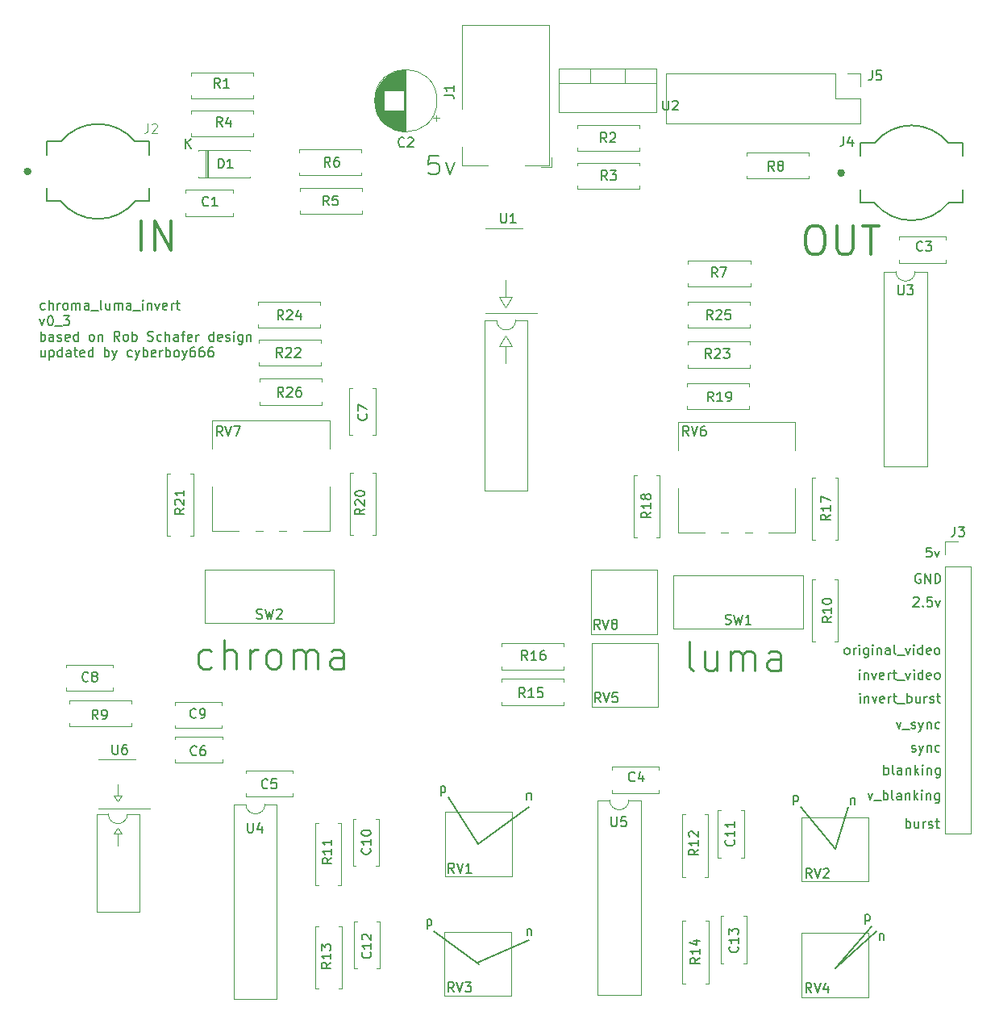
<source format=gbr>
G04 #@! TF.GenerationSoftware,KiCad,Pcbnew,5.1.10*
G04 #@! TF.CreationDate,2021-10-22T11:28:22+13:00*
G04 #@! TF.ProjectId,chroma_luma_invert,6368726f-6d61-45f6-9c75-6d615f696e76,rev?*
G04 #@! TF.SameCoordinates,Original*
G04 #@! TF.FileFunction,Legend,Top*
G04 #@! TF.FilePolarity,Positive*
%FSLAX46Y46*%
G04 Gerber Fmt 4.6, Leading zero omitted, Abs format (unit mm)*
G04 Created by KiCad (PCBNEW 5.1.10) date 2021-10-22 11:28:22*
%MOMM*%
%LPD*%
G01*
G04 APERTURE LIST*
%ADD10C,0.150000*%
%ADD11C,0.200000*%
%ADD12C,0.350000*%
%ADD13C,0.250000*%
%ADD14C,0.120000*%
%ADD15C,0.127000*%
%ADD16C,0.400000*%
%ADD17C,0.050000*%
G04 APERTURE END LIST*
D10*
X189670000Y-129920000D02*
X194000000Y-126000000D01*
X192785714Y-124285714D02*
X192785714Y-125285714D01*
X192785714Y-124333333D02*
X192880952Y-124285714D01*
X193071428Y-124285714D01*
X193166666Y-124333333D01*
X193214285Y-124380952D01*
X193261904Y-124476190D01*
X193261904Y-124761904D01*
X193214285Y-124857142D01*
X193166666Y-124904761D01*
X193071428Y-124952380D01*
X192880952Y-124952380D01*
X192785714Y-124904761D01*
X194285714Y-126285714D02*
X194285714Y-126952380D01*
X194285714Y-126380952D02*
X194333333Y-126333333D01*
X194428571Y-126285714D01*
X194571428Y-126285714D01*
X194666666Y-126333333D01*
X194714285Y-126428571D01*
X194714285Y-126952380D01*
X189650000Y-129920000D02*
X193500000Y-125500000D01*
X189650000Y-117420000D02*
X191000000Y-113000000D01*
X189670000Y-117420000D02*
X186000000Y-113000000D01*
X191285714Y-112045714D02*
X191285714Y-112712380D01*
X191285714Y-112140952D02*
X191333333Y-112093333D01*
X191428571Y-112045714D01*
X191571428Y-112045714D01*
X191666666Y-112093333D01*
X191714285Y-112188571D01*
X191714285Y-112712380D01*
X185285714Y-111785714D02*
X185285714Y-112785714D01*
X185285714Y-111833333D02*
X185380952Y-111785714D01*
X185571428Y-111785714D01*
X185666666Y-111833333D01*
X185714285Y-111880952D01*
X185761904Y-111976190D01*
X185761904Y-112261904D01*
X185714285Y-112357142D01*
X185666666Y-112404761D01*
X185571428Y-112452380D01*
X185380952Y-112452380D01*
X185285714Y-112404761D01*
D11*
X147974285Y-44654761D02*
X147021904Y-44654761D01*
X146926666Y-45607142D01*
X147021904Y-45511904D01*
X147212380Y-45416666D01*
X147688571Y-45416666D01*
X147879047Y-45511904D01*
X147974285Y-45607142D01*
X148069523Y-45797619D01*
X148069523Y-46273809D01*
X147974285Y-46464285D01*
X147879047Y-46559523D01*
X147688571Y-46654761D01*
X147212380Y-46654761D01*
X147021904Y-46559523D01*
X146926666Y-46464285D01*
X148736190Y-45321428D02*
X149212380Y-46654761D01*
X149688571Y-45321428D01*
D10*
X146785714Y-124785714D02*
X146785714Y-125785714D01*
X146785714Y-124833333D02*
X146880952Y-124785714D01*
X147071428Y-124785714D01*
X147166666Y-124833333D01*
X147214285Y-124880952D01*
X147261904Y-124976190D01*
X147261904Y-125261904D01*
X147214285Y-125357142D01*
X147166666Y-125404761D01*
X147071428Y-125452380D01*
X146880952Y-125452380D01*
X146785714Y-125404761D01*
X157285714Y-125785714D02*
X157285714Y-126452380D01*
X157285714Y-125880952D02*
X157333333Y-125833333D01*
X157428571Y-125785714D01*
X157571428Y-125785714D01*
X157666666Y-125833333D01*
X157714285Y-125928571D01*
X157714285Y-126452380D01*
X152200000Y-129490000D02*
X147500000Y-126000000D01*
X152030000Y-129380000D02*
X157500000Y-127000000D01*
X148235714Y-110825714D02*
X148235714Y-111825714D01*
X148235714Y-110873333D02*
X148330952Y-110825714D01*
X148521428Y-110825714D01*
X148616666Y-110873333D01*
X148664285Y-110920952D01*
X148711904Y-111016190D01*
X148711904Y-111301904D01*
X148664285Y-111397142D01*
X148616666Y-111444761D01*
X148521428Y-111492380D01*
X148330952Y-111492380D01*
X148235714Y-111444761D01*
X157265714Y-111545714D02*
X157265714Y-112212380D01*
X157265714Y-111640952D02*
X157313333Y-111593333D01*
X157408571Y-111545714D01*
X157551428Y-111545714D01*
X157646666Y-111593333D01*
X157694285Y-111688571D01*
X157694285Y-112212380D01*
X152170000Y-116920000D02*
X149000000Y-112000000D01*
X152150000Y-116920000D02*
X157480000Y-113030000D01*
D12*
X187240000Y-52027142D02*
X187811428Y-52027142D01*
X188097142Y-52170000D01*
X188382857Y-52455714D01*
X188525714Y-53027142D01*
X188525714Y-54027142D01*
X188382857Y-54598571D01*
X188097142Y-54884285D01*
X187811428Y-55027142D01*
X187240000Y-55027142D01*
X186954285Y-54884285D01*
X186668571Y-54598571D01*
X186525714Y-54027142D01*
X186525714Y-53027142D01*
X186668571Y-52455714D01*
X186954285Y-52170000D01*
X187240000Y-52027142D01*
X189811428Y-52027142D02*
X189811428Y-54455714D01*
X189954285Y-54741428D01*
X190097142Y-54884285D01*
X190382857Y-55027142D01*
X190954285Y-55027142D01*
X191240000Y-54884285D01*
X191382857Y-54741428D01*
X191525714Y-54455714D01*
X191525714Y-52027142D01*
X192525714Y-52027142D02*
X194240000Y-52027142D01*
X193382857Y-55027142D02*
X193382857Y-52027142D01*
D10*
X106644166Y-60769761D02*
X106548928Y-60817380D01*
X106358452Y-60817380D01*
X106263214Y-60769761D01*
X106215595Y-60722142D01*
X106167976Y-60626904D01*
X106167976Y-60341190D01*
X106215595Y-60245952D01*
X106263214Y-60198333D01*
X106358452Y-60150714D01*
X106548928Y-60150714D01*
X106644166Y-60198333D01*
X107072738Y-60817380D02*
X107072738Y-59817380D01*
X107501309Y-60817380D02*
X107501309Y-60293571D01*
X107453690Y-60198333D01*
X107358452Y-60150714D01*
X107215595Y-60150714D01*
X107120357Y-60198333D01*
X107072738Y-60245952D01*
X107977500Y-60817380D02*
X107977500Y-60150714D01*
X107977500Y-60341190D02*
X108025119Y-60245952D01*
X108072738Y-60198333D01*
X108167976Y-60150714D01*
X108263214Y-60150714D01*
X108739404Y-60817380D02*
X108644166Y-60769761D01*
X108596547Y-60722142D01*
X108548928Y-60626904D01*
X108548928Y-60341190D01*
X108596547Y-60245952D01*
X108644166Y-60198333D01*
X108739404Y-60150714D01*
X108882261Y-60150714D01*
X108977500Y-60198333D01*
X109025119Y-60245952D01*
X109072738Y-60341190D01*
X109072738Y-60626904D01*
X109025119Y-60722142D01*
X108977500Y-60769761D01*
X108882261Y-60817380D01*
X108739404Y-60817380D01*
X109501309Y-60817380D02*
X109501309Y-60150714D01*
X109501309Y-60245952D02*
X109548928Y-60198333D01*
X109644166Y-60150714D01*
X109787023Y-60150714D01*
X109882261Y-60198333D01*
X109929880Y-60293571D01*
X109929880Y-60817380D01*
X109929880Y-60293571D02*
X109977500Y-60198333D01*
X110072738Y-60150714D01*
X110215595Y-60150714D01*
X110310833Y-60198333D01*
X110358452Y-60293571D01*
X110358452Y-60817380D01*
X111263214Y-60817380D02*
X111263214Y-60293571D01*
X111215595Y-60198333D01*
X111120357Y-60150714D01*
X110929880Y-60150714D01*
X110834642Y-60198333D01*
X111263214Y-60769761D02*
X111167976Y-60817380D01*
X110929880Y-60817380D01*
X110834642Y-60769761D01*
X110787023Y-60674523D01*
X110787023Y-60579285D01*
X110834642Y-60484047D01*
X110929880Y-60436428D01*
X111167976Y-60436428D01*
X111263214Y-60388809D01*
X111501309Y-60912619D02*
X112263214Y-60912619D01*
X112644166Y-60817380D02*
X112548928Y-60769761D01*
X112501309Y-60674523D01*
X112501309Y-59817380D01*
X113453690Y-60150714D02*
X113453690Y-60817380D01*
X113025119Y-60150714D02*
X113025119Y-60674523D01*
X113072738Y-60769761D01*
X113167976Y-60817380D01*
X113310833Y-60817380D01*
X113406071Y-60769761D01*
X113453690Y-60722142D01*
X113929880Y-60817380D02*
X113929880Y-60150714D01*
X113929880Y-60245952D02*
X113977500Y-60198333D01*
X114072738Y-60150714D01*
X114215595Y-60150714D01*
X114310833Y-60198333D01*
X114358452Y-60293571D01*
X114358452Y-60817380D01*
X114358452Y-60293571D02*
X114406071Y-60198333D01*
X114501309Y-60150714D01*
X114644166Y-60150714D01*
X114739404Y-60198333D01*
X114787023Y-60293571D01*
X114787023Y-60817380D01*
X115691785Y-60817380D02*
X115691785Y-60293571D01*
X115644166Y-60198333D01*
X115548928Y-60150714D01*
X115358452Y-60150714D01*
X115263214Y-60198333D01*
X115691785Y-60769761D02*
X115596547Y-60817380D01*
X115358452Y-60817380D01*
X115263214Y-60769761D01*
X115215595Y-60674523D01*
X115215595Y-60579285D01*
X115263214Y-60484047D01*
X115358452Y-60436428D01*
X115596547Y-60436428D01*
X115691785Y-60388809D01*
X115929880Y-60912619D02*
X116691785Y-60912619D01*
X116929880Y-60817380D02*
X116929880Y-60150714D01*
X116929880Y-59817380D02*
X116882261Y-59865000D01*
X116929880Y-59912619D01*
X116977500Y-59865000D01*
X116929880Y-59817380D01*
X116929880Y-59912619D01*
X117406071Y-60150714D02*
X117406071Y-60817380D01*
X117406071Y-60245952D02*
X117453690Y-60198333D01*
X117548928Y-60150714D01*
X117691785Y-60150714D01*
X117787023Y-60198333D01*
X117834642Y-60293571D01*
X117834642Y-60817380D01*
X118215595Y-60150714D02*
X118453690Y-60817380D01*
X118691785Y-60150714D01*
X119453690Y-60769761D02*
X119358452Y-60817380D01*
X119167976Y-60817380D01*
X119072738Y-60769761D01*
X119025119Y-60674523D01*
X119025119Y-60293571D01*
X119072738Y-60198333D01*
X119167976Y-60150714D01*
X119358452Y-60150714D01*
X119453690Y-60198333D01*
X119501309Y-60293571D01*
X119501309Y-60388809D01*
X119025119Y-60484047D01*
X119929880Y-60817380D02*
X119929880Y-60150714D01*
X119929880Y-60341190D02*
X119977500Y-60245952D01*
X120025119Y-60198333D01*
X120120357Y-60150714D01*
X120215595Y-60150714D01*
X120406071Y-60150714D02*
X120787023Y-60150714D01*
X120548928Y-59817380D02*
X120548928Y-60674523D01*
X120596547Y-60769761D01*
X120691785Y-60817380D01*
X120787023Y-60817380D01*
X106120357Y-61800714D02*
X106358452Y-62467380D01*
X106596547Y-61800714D01*
X107167976Y-61467380D02*
X107263214Y-61467380D01*
X107358452Y-61515000D01*
X107406071Y-61562619D01*
X107453690Y-61657857D01*
X107501309Y-61848333D01*
X107501309Y-62086428D01*
X107453690Y-62276904D01*
X107406071Y-62372142D01*
X107358452Y-62419761D01*
X107263214Y-62467380D01*
X107167976Y-62467380D01*
X107072738Y-62419761D01*
X107025119Y-62372142D01*
X106977500Y-62276904D01*
X106929880Y-62086428D01*
X106929880Y-61848333D01*
X106977500Y-61657857D01*
X107025119Y-61562619D01*
X107072738Y-61515000D01*
X107167976Y-61467380D01*
X107691785Y-62562619D02*
X108453690Y-62562619D01*
X108596547Y-61467380D02*
X109215595Y-61467380D01*
X108882261Y-61848333D01*
X109025119Y-61848333D01*
X109120357Y-61895952D01*
X109167976Y-61943571D01*
X109215595Y-62038809D01*
X109215595Y-62276904D01*
X109167976Y-62372142D01*
X109120357Y-62419761D01*
X109025119Y-62467380D01*
X108739404Y-62467380D01*
X108644166Y-62419761D01*
X108596547Y-62372142D01*
X106215595Y-64117380D02*
X106215595Y-63117380D01*
X106215595Y-63498333D02*
X106310833Y-63450714D01*
X106501309Y-63450714D01*
X106596547Y-63498333D01*
X106644166Y-63545952D01*
X106691785Y-63641190D01*
X106691785Y-63926904D01*
X106644166Y-64022142D01*
X106596547Y-64069761D01*
X106501309Y-64117380D01*
X106310833Y-64117380D01*
X106215595Y-64069761D01*
X107548928Y-64117380D02*
X107548928Y-63593571D01*
X107501309Y-63498333D01*
X107406071Y-63450714D01*
X107215595Y-63450714D01*
X107120357Y-63498333D01*
X107548928Y-64069761D02*
X107453690Y-64117380D01*
X107215595Y-64117380D01*
X107120357Y-64069761D01*
X107072738Y-63974523D01*
X107072738Y-63879285D01*
X107120357Y-63784047D01*
X107215595Y-63736428D01*
X107453690Y-63736428D01*
X107548928Y-63688809D01*
X107977500Y-64069761D02*
X108072738Y-64117380D01*
X108263214Y-64117380D01*
X108358452Y-64069761D01*
X108406071Y-63974523D01*
X108406071Y-63926904D01*
X108358452Y-63831666D01*
X108263214Y-63784047D01*
X108120357Y-63784047D01*
X108025119Y-63736428D01*
X107977500Y-63641190D01*
X107977500Y-63593571D01*
X108025119Y-63498333D01*
X108120357Y-63450714D01*
X108263214Y-63450714D01*
X108358452Y-63498333D01*
X109215595Y-64069761D02*
X109120357Y-64117380D01*
X108929880Y-64117380D01*
X108834642Y-64069761D01*
X108787023Y-63974523D01*
X108787023Y-63593571D01*
X108834642Y-63498333D01*
X108929880Y-63450714D01*
X109120357Y-63450714D01*
X109215595Y-63498333D01*
X109263214Y-63593571D01*
X109263214Y-63688809D01*
X108787023Y-63784047D01*
X110120357Y-64117380D02*
X110120357Y-63117380D01*
X110120357Y-64069761D02*
X110025119Y-64117380D01*
X109834642Y-64117380D01*
X109739404Y-64069761D01*
X109691785Y-64022142D01*
X109644166Y-63926904D01*
X109644166Y-63641190D01*
X109691785Y-63545952D01*
X109739404Y-63498333D01*
X109834642Y-63450714D01*
X110025119Y-63450714D01*
X110120357Y-63498333D01*
X111501309Y-64117380D02*
X111406071Y-64069761D01*
X111358452Y-64022142D01*
X111310833Y-63926904D01*
X111310833Y-63641190D01*
X111358452Y-63545952D01*
X111406071Y-63498333D01*
X111501309Y-63450714D01*
X111644166Y-63450714D01*
X111739404Y-63498333D01*
X111787023Y-63545952D01*
X111834642Y-63641190D01*
X111834642Y-63926904D01*
X111787023Y-64022142D01*
X111739404Y-64069761D01*
X111644166Y-64117380D01*
X111501309Y-64117380D01*
X112263214Y-63450714D02*
X112263214Y-64117380D01*
X112263214Y-63545952D02*
X112310833Y-63498333D01*
X112406071Y-63450714D01*
X112548928Y-63450714D01*
X112644166Y-63498333D01*
X112691785Y-63593571D01*
X112691785Y-64117380D01*
X114501309Y-64117380D02*
X114167976Y-63641190D01*
X113929880Y-64117380D02*
X113929880Y-63117380D01*
X114310833Y-63117380D01*
X114406071Y-63165000D01*
X114453690Y-63212619D01*
X114501309Y-63307857D01*
X114501309Y-63450714D01*
X114453690Y-63545952D01*
X114406071Y-63593571D01*
X114310833Y-63641190D01*
X113929880Y-63641190D01*
X115072738Y-64117380D02*
X114977500Y-64069761D01*
X114929880Y-64022142D01*
X114882261Y-63926904D01*
X114882261Y-63641190D01*
X114929880Y-63545952D01*
X114977500Y-63498333D01*
X115072738Y-63450714D01*
X115215595Y-63450714D01*
X115310833Y-63498333D01*
X115358452Y-63545952D01*
X115406071Y-63641190D01*
X115406071Y-63926904D01*
X115358452Y-64022142D01*
X115310833Y-64069761D01*
X115215595Y-64117380D01*
X115072738Y-64117380D01*
X115834642Y-64117380D02*
X115834642Y-63117380D01*
X115834642Y-63498333D02*
X115929880Y-63450714D01*
X116120357Y-63450714D01*
X116215595Y-63498333D01*
X116263214Y-63545952D01*
X116310833Y-63641190D01*
X116310833Y-63926904D01*
X116263214Y-64022142D01*
X116215595Y-64069761D01*
X116120357Y-64117380D01*
X115929880Y-64117380D01*
X115834642Y-64069761D01*
X117453690Y-64069761D02*
X117596547Y-64117380D01*
X117834642Y-64117380D01*
X117929880Y-64069761D01*
X117977500Y-64022142D01*
X118025119Y-63926904D01*
X118025119Y-63831666D01*
X117977500Y-63736428D01*
X117929880Y-63688809D01*
X117834642Y-63641190D01*
X117644166Y-63593571D01*
X117548928Y-63545952D01*
X117501309Y-63498333D01*
X117453690Y-63403095D01*
X117453690Y-63307857D01*
X117501309Y-63212619D01*
X117548928Y-63165000D01*
X117644166Y-63117380D01*
X117882261Y-63117380D01*
X118025119Y-63165000D01*
X118882261Y-64069761D02*
X118787023Y-64117380D01*
X118596547Y-64117380D01*
X118501309Y-64069761D01*
X118453690Y-64022142D01*
X118406071Y-63926904D01*
X118406071Y-63641190D01*
X118453690Y-63545952D01*
X118501309Y-63498333D01*
X118596547Y-63450714D01*
X118787023Y-63450714D01*
X118882261Y-63498333D01*
X119310833Y-64117380D02*
X119310833Y-63117380D01*
X119739404Y-64117380D02*
X119739404Y-63593571D01*
X119691785Y-63498333D01*
X119596547Y-63450714D01*
X119453690Y-63450714D01*
X119358452Y-63498333D01*
X119310833Y-63545952D01*
X120644166Y-64117380D02*
X120644166Y-63593571D01*
X120596547Y-63498333D01*
X120501309Y-63450714D01*
X120310833Y-63450714D01*
X120215595Y-63498333D01*
X120644166Y-64069761D02*
X120548928Y-64117380D01*
X120310833Y-64117380D01*
X120215595Y-64069761D01*
X120167976Y-63974523D01*
X120167976Y-63879285D01*
X120215595Y-63784047D01*
X120310833Y-63736428D01*
X120548928Y-63736428D01*
X120644166Y-63688809D01*
X120977500Y-63450714D02*
X121358452Y-63450714D01*
X121120357Y-64117380D02*
X121120357Y-63260238D01*
X121167976Y-63165000D01*
X121263214Y-63117380D01*
X121358452Y-63117380D01*
X122072738Y-64069761D02*
X121977500Y-64117380D01*
X121787023Y-64117380D01*
X121691785Y-64069761D01*
X121644166Y-63974523D01*
X121644166Y-63593571D01*
X121691785Y-63498333D01*
X121787023Y-63450714D01*
X121977500Y-63450714D01*
X122072738Y-63498333D01*
X122120357Y-63593571D01*
X122120357Y-63688809D01*
X121644166Y-63784047D01*
X122548928Y-64117380D02*
X122548928Y-63450714D01*
X122548928Y-63641190D02*
X122596547Y-63545952D01*
X122644166Y-63498333D01*
X122739404Y-63450714D01*
X122834642Y-63450714D01*
X124358452Y-64117380D02*
X124358452Y-63117380D01*
X124358452Y-64069761D02*
X124263214Y-64117380D01*
X124072738Y-64117380D01*
X123977500Y-64069761D01*
X123929880Y-64022142D01*
X123882261Y-63926904D01*
X123882261Y-63641190D01*
X123929880Y-63545952D01*
X123977500Y-63498333D01*
X124072738Y-63450714D01*
X124263214Y-63450714D01*
X124358452Y-63498333D01*
X125215595Y-64069761D02*
X125120357Y-64117380D01*
X124929880Y-64117380D01*
X124834642Y-64069761D01*
X124787023Y-63974523D01*
X124787023Y-63593571D01*
X124834642Y-63498333D01*
X124929880Y-63450714D01*
X125120357Y-63450714D01*
X125215595Y-63498333D01*
X125263214Y-63593571D01*
X125263214Y-63688809D01*
X124787023Y-63784047D01*
X125644166Y-64069761D02*
X125739404Y-64117380D01*
X125929880Y-64117380D01*
X126025119Y-64069761D01*
X126072738Y-63974523D01*
X126072738Y-63926904D01*
X126025119Y-63831666D01*
X125929880Y-63784047D01*
X125787023Y-63784047D01*
X125691785Y-63736428D01*
X125644166Y-63641190D01*
X125644166Y-63593571D01*
X125691785Y-63498333D01*
X125787023Y-63450714D01*
X125929880Y-63450714D01*
X126025119Y-63498333D01*
X126501309Y-64117380D02*
X126501309Y-63450714D01*
X126501309Y-63117380D02*
X126453690Y-63165000D01*
X126501309Y-63212619D01*
X126548928Y-63165000D01*
X126501309Y-63117380D01*
X126501309Y-63212619D01*
X127406071Y-63450714D02*
X127406071Y-64260238D01*
X127358452Y-64355476D01*
X127310833Y-64403095D01*
X127215595Y-64450714D01*
X127072738Y-64450714D01*
X126977500Y-64403095D01*
X127406071Y-64069761D02*
X127310833Y-64117380D01*
X127120357Y-64117380D01*
X127025119Y-64069761D01*
X126977500Y-64022142D01*
X126929880Y-63926904D01*
X126929880Y-63641190D01*
X126977500Y-63545952D01*
X127025119Y-63498333D01*
X127120357Y-63450714D01*
X127310833Y-63450714D01*
X127406071Y-63498333D01*
X127882261Y-63450714D02*
X127882261Y-64117380D01*
X127882261Y-63545952D02*
X127929880Y-63498333D01*
X128025119Y-63450714D01*
X128167976Y-63450714D01*
X128263214Y-63498333D01*
X128310833Y-63593571D01*
X128310833Y-64117380D01*
X106644166Y-65100714D02*
X106644166Y-65767380D01*
X106215595Y-65100714D02*
X106215595Y-65624523D01*
X106263214Y-65719761D01*
X106358452Y-65767380D01*
X106501309Y-65767380D01*
X106596547Y-65719761D01*
X106644166Y-65672142D01*
X107120357Y-65100714D02*
X107120357Y-66100714D01*
X107120357Y-65148333D02*
X107215595Y-65100714D01*
X107406071Y-65100714D01*
X107501309Y-65148333D01*
X107548928Y-65195952D01*
X107596547Y-65291190D01*
X107596547Y-65576904D01*
X107548928Y-65672142D01*
X107501309Y-65719761D01*
X107406071Y-65767380D01*
X107215595Y-65767380D01*
X107120357Y-65719761D01*
X108453690Y-65767380D02*
X108453690Y-64767380D01*
X108453690Y-65719761D02*
X108358452Y-65767380D01*
X108167976Y-65767380D01*
X108072738Y-65719761D01*
X108025119Y-65672142D01*
X107977500Y-65576904D01*
X107977500Y-65291190D01*
X108025119Y-65195952D01*
X108072738Y-65148333D01*
X108167976Y-65100714D01*
X108358452Y-65100714D01*
X108453690Y-65148333D01*
X109358452Y-65767380D02*
X109358452Y-65243571D01*
X109310833Y-65148333D01*
X109215595Y-65100714D01*
X109025119Y-65100714D01*
X108929880Y-65148333D01*
X109358452Y-65719761D02*
X109263214Y-65767380D01*
X109025119Y-65767380D01*
X108929880Y-65719761D01*
X108882261Y-65624523D01*
X108882261Y-65529285D01*
X108929880Y-65434047D01*
X109025119Y-65386428D01*
X109263214Y-65386428D01*
X109358452Y-65338809D01*
X109691785Y-65100714D02*
X110072738Y-65100714D01*
X109834642Y-64767380D02*
X109834642Y-65624523D01*
X109882261Y-65719761D01*
X109977500Y-65767380D01*
X110072738Y-65767380D01*
X110787023Y-65719761D02*
X110691785Y-65767380D01*
X110501309Y-65767380D01*
X110406071Y-65719761D01*
X110358452Y-65624523D01*
X110358452Y-65243571D01*
X110406071Y-65148333D01*
X110501309Y-65100714D01*
X110691785Y-65100714D01*
X110787023Y-65148333D01*
X110834642Y-65243571D01*
X110834642Y-65338809D01*
X110358452Y-65434047D01*
X111691785Y-65767380D02*
X111691785Y-64767380D01*
X111691785Y-65719761D02*
X111596547Y-65767380D01*
X111406071Y-65767380D01*
X111310833Y-65719761D01*
X111263214Y-65672142D01*
X111215595Y-65576904D01*
X111215595Y-65291190D01*
X111263214Y-65195952D01*
X111310833Y-65148333D01*
X111406071Y-65100714D01*
X111596547Y-65100714D01*
X111691785Y-65148333D01*
X112929880Y-65767380D02*
X112929880Y-64767380D01*
X112929880Y-65148333D02*
X113025119Y-65100714D01*
X113215595Y-65100714D01*
X113310833Y-65148333D01*
X113358452Y-65195952D01*
X113406071Y-65291190D01*
X113406071Y-65576904D01*
X113358452Y-65672142D01*
X113310833Y-65719761D01*
X113215595Y-65767380D01*
X113025119Y-65767380D01*
X112929880Y-65719761D01*
X113739404Y-65100714D02*
X113977500Y-65767380D01*
X114215595Y-65100714D02*
X113977500Y-65767380D01*
X113882261Y-66005476D01*
X113834642Y-66053095D01*
X113739404Y-66100714D01*
X115787023Y-65719761D02*
X115691785Y-65767380D01*
X115501309Y-65767380D01*
X115406071Y-65719761D01*
X115358452Y-65672142D01*
X115310833Y-65576904D01*
X115310833Y-65291190D01*
X115358452Y-65195952D01*
X115406071Y-65148333D01*
X115501309Y-65100714D01*
X115691785Y-65100714D01*
X115787023Y-65148333D01*
X116120357Y-65100714D02*
X116358452Y-65767380D01*
X116596547Y-65100714D02*
X116358452Y-65767380D01*
X116263214Y-66005476D01*
X116215595Y-66053095D01*
X116120357Y-66100714D01*
X116977500Y-65767380D02*
X116977500Y-64767380D01*
X116977500Y-65148333D02*
X117072738Y-65100714D01*
X117263214Y-65100714D01*
X117358452Y-65148333D01*
X117406071Y-65195952D01*
X117453690Y-65291190D01*
X117453690Y-65576904D01*
X117406071Y-65672142D01*
X117358452Y-65719761D01*
X117263214Y-65767380D01*
X117072738Y-65767380D01*
X116977500Y-65719761D01*
X118263214Y-65719761D02*
X118167976Y-65767380D01*
X117977500Y-65767380D01*
X117882261Y-65719761D01*
X117834642Y-65624523D01*
X117834642Y-65243571D01*
X117882261Y-65148333D01*
X117977500Y-65100714D01*
X118167976Y-65100714D01*
X118263214Y-65148333D01*
X118310833Y-65243571D01*
X118310833Y-65338809D01*
X117834642Y-65434047D01*
X118739404Y-65767380D02*
X118739404Y-65100714D01*
X118739404Y-65291190D02*
X118787023Y-65195952D01*
X118834642Y-65148333D01*
X118929880Y-65100714D01*
X119025119Y-65100714D01*
X119358452Y-65767380D02*
X119358452Y-64767380D01*
X119358452Y-65148333D02*
X119453690Y-65100714D01*
X119644166Y-65100714D01*
X119739404Y-65148333D01*
X119787023Y-65195952D01*
X119834642Y-65291190D01*
X119834642Y-65576904D01*
X119787023Y-65672142D01*
X119739404Y-65719761D01*
X119644166Y-65767380D01*
X119453690Y-65767380D01*
X119358452Y-65719761D01*
X120406071Y-65767380D02*
X120310833Y-65719761D01*
X120263214Y-65672142D01*
X120215595Y-65576904D01*
X120215595Y-65291190D01*
X120263214Y-65195952D01*
X120310833Y-65148333D01*
X120406071Y-65100714D01*
X120548928Y-65100714D01*
X120644166Y-65148333D01*
X120691785Y-65195952D01*
X120739404Y-65291190D01*
X120739404Y-65576904D01*
X120691785Y-65672142D01*
X120644166Y-65719761D01*
X120548928Y-65767380D01*
X120406071Y-65767380D01*
X121072738Y-65100714D02*
X121310833Y-65767380D01*
X121548928Y-65100714D02*
X121310833Y-65767380D01*
X121215595Y-66005476D01*
X121167976Y-66053095D01*
X121072738Y-66100714D01*
X122358452Y-64767380D02*
X122167976Y-64767380D01*
X122072738Y-64815000D01*
X122025119Y-64862619D01*
X121929880Y-65005476D01*
X121882261Y-65195952D01*
X121882261Y-65576904D01*
X121929880Y-65672142D01*
X121977500Y-65719761D01*
X122072738Y-65767380D01*
X122263214Y-65767380D01*
X122358452Y-65719761D01*
X122406071Y-65672142D01*
X122453690Y-65576904D01*
X122453690Y-65338809D01*
X122406071Y-65243571D01*
X122358452Y-65195952D01*
X122263214Y-65148333D01*
X122072738Y-65148333D01*
X121977500Y-65195952D01*
X121929880Y-65243571D01*
X121882261Y-65338809D01*
X123310833Y-64767380D02*
X123120357Y-64767380D01*
X123025119Y-64815000D01*
X122977500Y-64862619D01*
X122882261Y-65005476D01*
X122834642Y-65195952D01*
X122834642Y-65576904D01*
X122882261Y-65672142D01*
X122929880Y-65719761D01*
X123025119Y-65767380D01*
X123215595Y-65767380D01*
X123310833Y-65719761D01*
X123358452Y-65672142D01*
X123406071Y-65576904D01*
X123406071Y-65338809D01*
X123358452Y-65243571D01*
X123310833Y-65195952D01*
X123215595Y-65148333D01*
X123025119Y-65148333D01*
X122929880Y-65195952D01*
X122882261Y-65243571D01*
X122834642Y-65338809D01*
X124263214Y-64767380D02*
X124072738Y-64767380D01*
X123977500Y-64815000D01*
X123929880Y-64862619D01*
X123834642Y-65005476D01*
X123787023Y-65195952D01*
X123787023Y-65576904D01*
X123834642Y-65672142D01*
X123882261Y-65719761D01*
X123977500Y-65767380D01*
X124167976Y-65767380D01*
X124263214Y-65719761D01*
X124310833Y-65672142D01*
X124358452Y-65576904D01*
X124358452Y-65338809D01*
X124310833Y-65243571D01*
X124263214Y-65195952D01*
X124167976Y-65148333D01*
X123977500Y-65148333D01*
X123882261Y-65195952D01*
X123834642Y-65243571D01*
X123787023Y-65338809D01*
X198588095Y-88570000D02*
X198492857Y-88522380D01*
X198350000Y-88522380D01*
X198207142Y-88570000D01*
X198111904Y-88665238D01*
X198064285Y-88760476D01*
X198016666Y-88950952D01*
X198016666Y-89093809D01*
X198064285Y-89284285D01*
X198111904Y-89379523D01*
X198207142Y-89474761D01*
X198350000Y-89522380D01*
X198445238Y-89522380D01*
X198588095Y-89474761D01*
X198635714Y-89427142D01*
X198635714Y-89093809D01*
X198445238Y-89093809D01*
X199064285Y-89522380D02*
X199064285Y-88522380D01*
X199635714Y-89522380D01*
X199635714Y-88522380D01*
X200111904Y-89522380D02*
X200111904Y-88522380D01*
X200350000Y-88522380D01*
X200492857Y-88570000D01*
X200588095Y-88665238D01*
X200635714Y-88760476D01*
X200683333Y-88950952D01*
X200683333Y-89093809D01*
X200635714Y-89284285D01*
X200588095Y-89379523D01*
X200492857Y-89474761D01*
X200350000Y-89522380D01*
X200111904Y-89522380D01*
X199727142Y-85792380D02*
X199250952Y-85792380D01*
X199203333Y-86268571D01*
X199250952Y-86220952D01*
X199346190Y-86173333D01*
X199584285Y-86173333D01*
X199679523Y-86220952D01*
X199727142Y-86268571D01*
X199774761Y-86363809D01*
X199774761Y-86601904D01*
X199727142Y-86697142D01*
X199679523Y-86744761D01*
X199584285Y-86792380D01*
X199346190Y-86792380D01*
X199250952Y-86744761D01*
X199203333Y-86697142D01*
X200108095Y-86125714D02*
X200346190Y-86792380D01*
X200584285Y-86125714D01*
X197849047Y-91077619D02*
X197896666Y-91030000D01*
X197991904Y-90982380D01*
X198230000Y-90982380D01*
X198325238Y-91030000D01*
X198372857Y-91077619D01*
X198420476Y-91172857D01*
X198420476Y-91268095D01*
X198372857Y-91410952D01*
X197801428Y-91982380D01*
X198420476Y-91982380D01*
X198849047Y-91887142D02*
X198896666Y-91934761D01*
X198849047Y-91982380D01*
X198801428Y-91934761D01*
X198849047Y-91887142D01*
X198849047Y-91982380D01*
X199801428Y-90982380D02*
X199325238Y-90982380D01*
X199277619Y-91458571D01*
X199325238Y-91410952D01*
X199420476Y-91363333D01*
X199658571Y-91363333D01*
X199753809Y-91410952D01*
X199801428Y-91458571D01*
X199849047Y-91553809D01*
X199849047Y-91791904D01*
X199801428Y-91887142D01*
X199753809Y-91934761D01*
X199658571Y-91982380D01*
X199420476Y-91982380D01*
X199325238Y-91934761D01*
X199277619Y-91887142D01*
X200182380Y-91315714D02*
X200420476Y-91982380D01*
X200658571Y-91315714D01*
X190800476Y-96992380D02*
X190705238Y-96944761D01*
X190657619Y-96897142D01*
X190610000Y-96801904D01*
X190610000Y-96516190D01*
X190657619Y-96420952D01*
X190705238Y-96373333D01*
X190800476Y-96325714D01*
X190943333Y-96325714D01*
X191038571Y-96373333D01*
X191086190Y-96420952D01*
X191133809Y-96516190D01*
X191133809Y-96801904D01*
X191086190Y-96897142D01*
X191038571Y-96944761D01*
X190943333Y-96992380D01*
X190800476Y-96992380D01*
X191562380Y-96992380D02*
X191562380Y-96325714D01*
X191562380Y-96516190D02*
X191610000Y-96420952D01*
X191657619Y-96373333D01*
X191752857Y-96325714D01*
X191848095Y-96325714D01*
X192181428Y-96992380D02*
X192181428Y-96325714D01*
X192181428Y-95992380D02*
X192133809Y-96040000D01*
X192181428Y-96087619D01*
X192229047Y-96040000D01*
X192181428Y-95992380D01*
X192181428Y-96087619D01*
X193086190Y-96325714D02*
X193086190Y-97135238D01*
X193038571Y-97230476D01*
X192990952Y-97278095D01*
X192895714Y-97325714D01*
X192752857Y-97325714D01*
X192657619Y-97278095D01*
X193086190Y-96944761D02*
X192990952Y-96992380D01*
X192800476Y-96992380D01*
X192705238Y-96944761D01*
X192657619Y-96897142D01*
X192610000Y-96801904D01*
X192610000Y-96516190D01*
X192657619Y-96420952D01*
X192705238Y-96373333D01*
X192800476Y-96325714D01*
X192990952Y-96325714D01*
X193086190Y-96373333D01*
X193562380Y-96992380D02*
X193562380Y-96325714D01*
X193562380Y-95992380D02*
X193514761Y-96040000D01*
X193562380Y-96087619D01*
X193610000Y-96040000D01*
X193562380Y-95992380D01*
X193562380Y-96087619D01*
X194038571Y-96325714D02*
X194038571Y-96992380D01*
X194038571Y-96420952D02*
X194086190Y-96373333D01*
X194181428Y-96325714D01*
X194324285Y-96325714D01*
X194419523Y-96373333D01*
X194467142Y-96468571D01*
X194467142Y-96992380D01*
X195371904Y-96992380D02*
X195371904Y-96468571D01*
X195324285Y-96373333D01*
X195229047Y-96325714D01*
X195038571Y-96325714D01*
X194943333Y-96373333D01*
X195371904Y-96944761D02*
X195276666Y-96992380D01*
X195038571Y-96992380D01*
X194943333Y-96944761D01*
X194895714Y-96849523D01*
X194895714Y-96754285D01*
X194943333Y-96659047D01*
X195038571Y-96611428D01*
X195276666Y-96611428D01*
X195371904Y-96563809D01*
X195990952Y-96992380D02*
X195895714Y-96944761D01*
X195848095Y-96849523D01*
X195848095Y-95992380D01*
X196133809Y-97087619D02*
X196895714Y-97087619D01*
X197038571Y-96325714D02*
X197276666Y-96992380D01*
X197514761Y-96325714D01*
X197895714Y-96992380D02*
X197895714Y-96325714D01*
X197895714Y-95992380D02*
X197848095Y-96040000D01*
X197895714Y-96087619D01*
X197943333Y-96040000D01*
X197895714Y-95992380D01*
X197895714Y-96087619D01*
X198800476Y-96992380D02*
X198800476Y-95992380D01*
X198800476Y-96944761D02*
X198705238Y-96992380D01*
X198514761Y-96992380D01*
X198419523Y-96944761D01*
X198371904Y-96897142D01*
X198324285Y-96801904D01*
X198324285Y-96516190D01*
X198371904Y-96420952D01*
X198419523Y-96373333D01*
X198514761Y-96325714D01*
X198705238Y-96325714D01*
X198800476Y-96373333D01*
X199657619Y-96944761D02*
X199562380Y-96992380D01*
X199371904Y-96992380D01*
X199276666Y-96944761D01*
X199229047Y-96849523D01*
X199229047Y-96468571D01*
X199276666Y-96373333D01*
X199371904Y-96325714D01*
X199562380Y-96325714D01*
X199657619Y-96373333D01*
X199705238Y-96468571D01*
X199705238Y-96563809D01*
X199229047Y-96659047D01*
X200276666Y-96992380D02*
X200181428Y-96944761D01*
X200133809Y-96897142D01*
X200086190Y-96801904D01*
X200086190Y-96516190D01*
X200133809Y-96420952D01*
X200181428Y-96373333D01*
X200276666Y-96325714D01*
X200419523Y-96325714D01*
X200514761Y-96373333D01*
X200562380Y-96420952D01*
X200610000Y-96516190D01*
X200610000Y-96801904D01*
X200562380Y-96897142D01*
X200514761Y-96944761D01*
X200419523Y-96992380D01*
X200276666Y-96992380D01*
X192199523Y-99602380D02*
X192199523Y-98935714D01*
X192199523Y-98602380D02*
X192151904Y-98650000D01*
X192199523Y-98697619D01*
X192247142Y-98650000D01*
X192199523Y-98602380D01*
X192199523Y-98697619D01*
X192675714Y-98935714D02*
X192675714Y-99602380D01*
X192675714Y-99030952D02*
X192723333Y-98983333D01*
X192818571Y-98935714D01*
X192961428Y-98935714D01*
X193056666Y-98983333D01*
X193104285Y-99078571D01*
X193104285Y-99602380D01*
X193485238Y-98935714D02*
X193723333Y-99602380D01*
X193961428Y-98935714D01*
X194723333Y-99554761D02*
X194628095Y-99602380D01*
X194437619Y-99602380D01*
X194342380Y-99554761D01*
X194294761Y-99459523D01*
X194294761Y-99078571D01*
X194342380Y-98983333D01*
X194437619Y-98935714D01*
X194628095Y-98935714D01*
X194723333Y-98983333D01*
X194770952Y-99078571D01*
X194770952Y-99173809D01*
X194294761Y-99269047D01*
X195199523Y-99602380D02*
X195199523Y-98935714D01*
X195199523Y-99126190D02*
X195247142Y-99030952D01*
X195294761Y-98983333D01*
X195390000Y-98935714D01*
X195485238Y-98935714D01*
X195675714Y-98935714D02*
X196056666Y-98935714D01*
X195818571Y-98602380D02*
X195818571Y-99459523D01*
X195866190Y-99554761D01*
X195961428Y-99602380D01*
X196056666Y-99602380D01*
X196151904Y-99697619D02*
X196913809Y-99697619D01*
X197056666Y-98935714D02*
X197294761Y-99602380D01*
X197532857Y-98935714D01*
X197913809Y-99602380D02*
X197913809Y-98935714D01*
X197913809Y-98602380D02*
X197866190Y-98650000D01*
X197913809Y-98697619D01*
X197961428Y-98650000D01*
X197913809Y-98602380D01*
X197913809Y-98697619D01*
X198818571Y-99602380D02*
X198818571Y-98602380D01*
X198818571Y-99554761D02*
X198723333Y-99602380D01*
X198532857Y-99602380D01*
X198437619Y-99554761D01*
X198390000Y-99507142D01*
X198342380Y-99411904D01*
X198342380Y-99126190D01*
X198390000Y-99030952D01*
X198437619Y-98983333D01*
X198532857Y-98935714D01*
X198723333Y-98935714D01*
X198818571Y-98983333D01*
X199675714Y-99554761D02*
X199580476Y-99602380D01*
X199390000Y-99602380D01*
X199294761Y-99554761D01*
X199247142Y-99459523D01*
X199247142Y-99078571D01*
X199294761Y-98983333D01*
X199390000Y-98935714D01*
X199580476Y-98935714D01*
X199675714Y-98983333D01*
X199723333Y-99078571D01*
X199723333Y-99173809D01*
X199247142Y-99269047D01*
X200294761Y-99602380D02*
X200199523Y-99554761D01*
X200151904Y-99507142D01*
X200104285Y-99411904D01*
X200104285Y-99126190D01*
X200151904Y-99030952D01*
X200199523Y-98983333D01*
X200294761Y-98935714D01*
X200437619Y-98935714D01*
X200532857Y-98983333D01*
X200580476Y-99030952D01*
X200628095Y-99126190D01*
X200628095Y-99411904D01*
X200580476Y-99507142D01*
X200532857Y-99554761D01*
X200437619Y-99602380D01*
X200294761Y-99602380D01*
X192237142Y-102072380D02*
X192237142Y-101405714D01*
X192237142Y-101072380D02*
X192189523Y-101120000D01*
X192237142Y-101167619D01*
X192284761Y-101120000D01*
X192237142Y-101072380D01*
X192237142Y-101167619D01*
X192713333Y-101405714D02*
X192713333Y-102072380D01*
X192713333Y-101500952D02*
X192760952Y-101453333D01*
X192856190Y-101405714D01*
X192999047Y-101405714D01*
X193094285Y-101453333D01*
X193141904Y-101548571D01*
X193141904Y-102072380D01*
X193522857Y-101405714D02*
X193760952Y-102072380D01*
X193999047Y-101405714D01*
X194760952Y-102024761D02*
X194665714Y-102072380D01*
X194475238Y-102072380D01*
X194380000Y-102024761D01*
X194332380Y-101929523D01*
X194332380Y-101548571D01*
X194380000Y-101453333D01*
X194475238Y-101405714D01*
X194665714Y-101405714D01*
X194760952Y-101453333D01*
X194808571Y-101548571D01*
X194808571Y-101643809D01*
X194332380Y-101739047D01*
X195237142Y-102072380D02*
X195237142Y-101405714D01*
X195237142Y-101596190D02*
X195284761Y-101500952D01*
X195332380Y-101453333D01*
X195427619Y-101405714D01*
X195522857Y-101405714D01*
X195713333Y-101405714D02*
X196094285Y-101405714D01*
X195856190Y-101072380D02*
X195856190Y-101929523D01*
X195903809Y-102024761D01*
X195999047Y-102072380D01*
X196094285Y-102072380D01*
X196189523Y-102167619D02*
X196951428Y-102167619D01*
X197189523Y-102072380D02*
X197189523Y-101072380D01*
X197189523Y-101453333D02*
X197284761Y-101405714D01*
X197475238Y-101405714D01*
X197570476Y-101453333D01*
X197618095Y-101500952D01*
X197665714Y-101596190D01*
X197665714Y-101881904D01*
X197618095Y-101977142D01*
X197570476Y-102024761D01*
X197475238Y-102072380D01*
X197284761Y-102072380D01*
X197189523Y-102024761D01*
X198522857Y-101405714D02*
X198522857Y-102072380D01*
X198094285Y-101405714D02*
X198094285Y-101929523D01*
X198141904Y-102024761D01*
X198237142Y-102072380D01*
X198380000Y-102072380D01*
X198475238Y-102024761D01*
X198522857Y-101977142D01*
X198999047Y-102072380D02*
X198999047Y-101405714D01*
X198999047Y-101596190D02*
X199046666Y-101500952D01*
X199094285Y-101453333D01*
X199189523Y-101405714D01*
X199284761Y-101405714D01*
X199570476Y-102024761D02*
X199665714Y-102072380D01*
X199856190Y-102072380D01*
X199951428Y-102024761D01*
X199999047Y-101929523D01*
X199999047Y-101881904D01*
X199951428Y-101786666D01*
X199856190Y-101739047D01*
X199713333Y-101739047D01*
X199618095Y-101691428D01*
X199570476Y-101596190D01*
X199570476Y-101548571D01*
X199618095Y-101453333D01*
X199713333Y-101405714D01*
X199856190Y-101405714D01*
X199951428Y-101453333D01*
X200284761Y-101405714D02*
X200665714Y-101405714D01*
X200427619Y-101072380D02*
X200427619Y-101929523D01*
X200475238Y-102024761D01*
X200570476Y-102072380D01*
X200665714Y-102072380D01*
X196074285Y-104115714D02*
X196312380Y-104782380D01*
X196550476Y-104115714D01*
X196693333Y-104877619D02*
X197455238Y-104877619D01*
X197645714Y-104734761D02*
X197740952Y-104782380D01*
X197931428Y-104782380D01*
X198026666Y-104734761D01*
X198074285Y-104639523D01*
X198074285Y-104591904D01*
X198026666Y-104496666D01*
X197931428Y-104449047D01*
X197788571Y-104449047D01*
X197693333Y-104401428D01*
X197645714Y-104306190D01*
X197645714Y-104258571D01*
X197693333Y-104163333D01*
X197788571Y-104115714D01*
X197931428Y-104115714D01*
X198026666Y-104163333D01*
X198407619Y-104115714D02*
X198645714Y-104782380D01*
X198883809Y-104115714D02*
X198645714Y-104782380D01*
X198550476Y-105020476D01*
X198502857Y-105068095D01*
X198407619Y-105115714D01*
X199264761Y-104115714D02*
X199264761Y-104782380D01*
X199264761Y-104210952D02*
X199312380Y-104163333D01*
X199407619Y-104115714D01*
X199550476Y-104115714D01*
X199645714Y-104163333D01*
X199693333Y-104258571D01*
X199693333Y-104782380D01*
X200598095Y-104734761D02*
X200502857Y-104782380D01*
X200312380Y-104782380D01*
X200217142Y-104734761D01*
X200169523Y-104687142D01*
X200121904Y-104591904D01*
X200121904Y-104306190D01*
X200169523Y-104210952D01*
X200217142Y-104163333D01*
X200312380Y-104115714D01*
X200502857Y-104115714D01*
X200598095Y-104163333D01*
X197663809Y-107164761D02*
X197759047Y-107212380D01*
X197949523Y-107212380D01*
X198044761Y-107164761D01*
X198092380Y-107069523D01*
X198092380Y-107021904D01*
X198044761Y-106926666D01*
X197949523Y-106879047D01*
X197806666Y-106879047D01*
X197711428Y-106831428D01*
X197663809Y-106736190D01*
X197663809Y-106688571D01*
X197711428Y-106593333D01*
X197806666Y-106545714D01*
X197949523Y-106545714D01*
X198044761Y-106593333D01*
X198425714Y-106545714D02*
X198663809Y-107212380D01*
X198901904Y-106545714D02*
X198663809Y-107212380D01*
X198568571Y-107450476D01*
X198520952Y-107498095D01*
X198425714Y-107545714D01*
X199282857Y-106545714D02*
X199282857Y-107212380D01*
X199282857Y-106640952D02*
X199330476Y-106593333D01*
X199425714Y-106545714D01*
X199568571Y-106545714D01*
X199663809Y-106593333D01*
X199711428Y-106688571D01*
X199711428Y-107212380D01*
X200616190Y-107164761D02*
X200520952Y-107212380D01*
X200330476Y-107212380D01*
X200235238Y-107164761D01*
X200187619Y-107117142D01*
X200140000Y-107021904D01*
X200140000Y-106736190D01*
X200187619Y-106640952D01*
X200235238Y-106593333D01*
X200330476Y-106545714D01*
X200520952Y-106545714D01*
X200616190Y-106593333D01*
X194771428Y-109592380D02*
X194771428Y-108592380D01*
X194771428Y-108973333D02*
X194866666Y-108925714D01*
X195057142Y-108925714D01*
X195152380Y-108973333D01*
X195200000Y-109020952D01*
X195247619Y-109116190D01*
X195247619Y-109401904D01*
X195200000Y-109497142D01*
X195152380Y-109544761D01*
X195057142Y-109592380D01*
X194866666Y-109592380D01*
X194771428Y-109544761D01*
X195819047Y-109592380D02*
X195723809Y-109544761D01*
X195676190Y-109449523D01*
X195676190Y-108592380D01*
X196628571Y-109592380D02*
X196628571Y-109068571D01*
X196580952Y-108973333D01*
X196485714Y-108925714D01*
X196295238Y-108925714D01*
X196200000Y-108973333D01*
X196628571Y-109544761D02*
X196533333Y-109592380D01*
X196295238Y-109592380D01*
X196200000Y-109544761D01*
X196152380Y-109449523D01*
X196152380Y-109354285D01*
X196200000Y-109259047D01*
X196295238Y-109211428D01*
X196533333Y-109211428D01*
X196628571Y-109163809D01*
X197104761Y-108925714D02*
X197104761Y-109592380D01*
X197104761Y-109020952D02*
X197152380Y-108973333D01*
X197247619Y-108925714D01*
X197390476Y-108925714D01*
X197485714Y-108973333D01*
X197533333Y-109068571D01*
X197533333Y-109592380D01*
X198009523Y-109592380D02*
X198009523Y-108592380D01*
X198104761Y-109211428D02*
X198390476Y-109592380D01*
X198390476Y-108925714D02*
X198009523Y-109306666D01*
X198819047Y-109592380D02*
X198819047Y-108925714D01*
X198819047Y-108592380D02*
X198771428Y-108640000D01*
X198819047Y-108687619D01*
X198866666Y-108640000D01*
X198819047Y-108592380D01*
X198819047Y-108687619D01*
X199295238Y-108925714D02*
X199295238Y-109592380D01*
X199295238Y-109020952D02*
X199342857Y-108973333D01*
X199438095Y-108925714D01*
X199580952Y-108925714D01*
X199676190Y-108973333D01*
X199723809Y-109068571D01*
X199723809Y-109592380D01*
X200628571Y-108925714D02*
X200628571Y-109735238D01*
X200580952Y-109830476D01*
X200533333Y-109878095D01*
X200438095Y-109925714D01*
X200295238Y-109925714D01*
X200200000Y-109878095D01*
X200628571Y-109544761D02*
X200533333Y-109592380D01*
X200342857Y-109592380D01*
X200247619Y-109544761D01*
X200200000Y-109497142D01*
X200152380Y-109401904D01*
X200152380Y-109116190D01*
X200200000Y-109020952D01*
X200247619Y-108973333D01*
X200342857Y-108925714D01*
X200533333Y-108925714D01*
X200628571Y-108973333D01*
X193084285Y-111585714D02*
X193322380Y-112252380D01*
X193560476Y-111585714D01*
X193703333Y-112347619D02*
X194465238Y-112347619D01*
X194703333Y-112252380D02*
X194703333Y-111252380D01*
X194703333Y-111633333D02*
X194798571Y-111585714D01*
X194989047Y-111585714D01*
X195084285Y-111633333D01*
X195131904Y-111680952D01*
X195179523Y-111776190D01*
X195179523Y-112061904D01*
X195131904Y-112157142D01*
X195084285Y-112204761D01*
X194989047Y-112252380D01*
X194798571Y-112252380D01*
X194703333Y-112204761D01*
X195750952Y-112252380D02*
X195655714Y-112204761D01*
X195608095Y-112109523D01*
X195608095Y-111252380D01*
X196560476Y-112252380D02*
X196560476Y-111728571D01*
X196512857Y-111633333D01*
X196417619Y-111585714D01*
X196227142Y-111585714D01*
X196131904Y-111633333D01*
X196560476Y-112204761D02*
X196465238Y-112252380D01*
X196227142Y-112252380D01*
X196131904Y-112204761D01*
X196084285Y-112109523D01*
X196084285Y-112014285D01*
X196131904Y-111919047D01*
X196227142Y-111871428D01*
X196465238Y-111871428D01*
X196560476Y-111823809D01*
X197036666Y-111585714D02*
X197036666Y-112252380D01*
X197036666Y-111680952D02*
X197084285Y-111633333D01*
X197179523Y-111585714D01*
X197322380Y-111585714D01*
X197417619Y-111633333D01*
X197465238Y-111728571D01*
X197465238Y-112252380D01*
X197941428Y-112252380D02*
X197941428Y-111252380D01*
X198036666Y-111871428D02*
X198322380Y-112252380D01*
X198322380Y-111585714D02*
X197941428Y-111966666D01*
X198750952Y-112252380D02*
X198750952Y-111585714D01*
X198750952Y-111252380D02*
X198703333Y-111300000D01*
X198750952Y-111347619D01*
X198798571Y-111300000D01*
X198750952Y-111252380D01*
X198750952Y-111347619D01*
X199227142Y-111585714D02*
X199227142Y-112252380D01*
X199227142Y-111680952D02*
X199274761Y-111633333D01*
X199370000Y-111585714D01*
X199512857Y-111585714D01*
X199608095Y-111633333D01*
X199655714Y-111728571D01*
X199655714Y-112252380D01*
X200560476Y-111585714D02*
X200560476Y-112395238D01*
X200512857Y-112490476D01*
X200465238Y-112538095D01*
X200370000Y-112585714D01*
X200227142Y-112585714D01*
X200131904Y-112538095D01*
X200560476Y-112204761D02*
X200465238Y-112252380D01*
X200274761Y-112252380D01*
X200179523Y-112204761D01*
X200131904Y-112157142D01*
X200084285Y-112061904D01*
X200084285Y-111776190D01*
X200131904Y-111680952D01*
X200179523Y-111633333D01*
X200274761Y-111585714D01*
X200465238Y-111585714D01*
X200560476Y-111633333D01*
X197073333Y-115212380D02*
X197073333Y-114212380D01*
X197073333Y-114593333D02*
X197168571Y-114545714D01*
X197359047Y-114545714D01*
X197454285Y-114593333D01*
X197501904Y-114640952D01*
X197549523Y-114736190D01*
X197549523Y-115021904D01*
X197501904Y-115117142D01*
X197454285Y-115164761D01*
X197359047Y-115212380D01*
X197168571Y-115212380D01*
X197073333Y-115164761D01*
X198406666Y-114545714D02*
X198406666Y-115212380D01*
X197978095Y-114545714D02*
X197978095Y-115069523D01*
X198025714Y-115164761D01*
X198120952Y-115212380D01*
X198263809Y-115212380D01*
X198359047Y-115164761D01*
X198406666Y-115117142D01*
X198882857Y-115212380D02*
X198882857Y-114545714D01*
X198882857Y-114736190D02*
X198930476Y-114640952D01*
X198978095Y-114593333D01*
X199073333Y-114545714D01*
X199168571Y-114545714D01*
X199454285Y-115164761D02*
X199549523Y-115212380D01*
X199740000Y-115212380D01*
X199835238Y-115164761D01*
X199882857Y-115069523D01*
X199882857Y-115021904D01*
X199835238Y-114926666D01*
X199740000Y-114879047D01*
X199597142Y-114879047D01*
X199501904Y-114831428D01*
X199454285Y-114736190D01*
X199454285Y-114688571D01*
X199501904Y-114593333D01*
X199597142Y-114545714D01*
X199740000Y-114545714D01*
X199835238Y-114593333D01*
X200168571Y-114545714D02*
X200549523Y-114545714D01*
X200311428Y-114212380D02*
X200311428Y-115069523D01*
X200359047Y-115164761D01*
X200454285Y-115212380D01*
X200549523Y-115212380D01*
D13*
X124154285Y-98354285D02*
X123868571Y-98497142D01*
X123297142Y-98497142D01*
X123011428Y-98354285D01*
X122868571Y-98211428D01*
X122725714Y-97925714D01*
X122725714Y-97068571D01*
X122868571Y-96782857D01*
X123011428Y-96640000D01*
X123297142Y-96497142D01*
X123868571Y-96497142D01*
X124154285Y-96640000D01*
X125440000Y-98497142D02*
X125440000Y-95497142D01*
X126725714Y-98497142D02*
X126725714Y-96925714D01*
X126582857Y-96640000D01*
X126297142Y-96497142D01*
X125868571Y-96497142D01*
X125582857Y-96640000D01*
X125440000Y-96782857D01*
X128154285Y-98497142D02*
X128154285Y-96497142D01*
X128154285Y-97068571D02*
X128297142Y-96782857D01*
X128440000Y-96640000D01*
X128725714Y-96497142D01*
X129011428Y-96497142D01*
X130440000Y-98497142D02*
X130154285Y-98354285D01*
X130011428Y-98211428D01*
X129868571Y-97925714D01*
X129868571Y-97068571D01*
X130011428Y-96782857D01*
X130154285Y-96640000D01*
X130440000Y-96497142D01*
X130868571Y-96497142D01*
X131154285Y-96640000D01*
X131297142Y-96782857D01*
X131440000Y-97068571D01*
X131440000Y-97925714D01*
X131297142Y-98211428D01*
X131154285Y-98354285D01*
X130868571Y-98497142D01*
X130440000Y-98497142D01*
X132725714Y-98497142D02*
X132725714Y-96497142D01*
X132725714Y-96782857D02*
X132868571Y-96640000D01*
X133154285Y-96497142D01*
X133582857Y-96497142D01*
X133868571Y-96640000D01*
X134011428Y-96925714D01*
X134011428Y-98497142D01*
X134011428Y-96925714D02*
X134154285Y-96640000D01*
X134440000Y-96497142D01*
X134868571Y-96497142D01*
X135154285Y-96640000D01*
X135297142Y-96925714D01*
X135297142Y-98497142D01*
X138011428Y-98497142D02*
X138011428Y-96925714D01*
X137868571Y-96640000D01*
X137582857Y-96497142D01*
X137011428Y-96497142D01*
X136725714Y-96640000D01*
X138011428Y-98354285D02*
X137725714Y-98497142D01*
X137011428Y-98497142D01*
X136725714Y-98354285D01*
X136582857Y-98068571D01*
X136582857Y-97782857D01*
X136725714Y-97497142D01*
X137011428Y-97354285D01*
X137725714Y-97354285D01*
X138011428Y-97211428D01*
X174772857Y-98677142D02*
X174487142Y-98534285D01*
X174344285Y-98248571D01*
X174344285Y-95677142D01*
X177201428Y-96677142D02*
X177201428Y-98677142D01*
X175915714Y-96677142D02*
X175915714Y-98248571D01*
X176058571Y-98534285D01*
X176344285Y-98677142D01*
X176772857Y-98677142D01*
X177058571Y-98534285D01*
X177201428Y-98391428D01*
X178630000Y-98677142D02*
X178630000Y-96677142D01*
X178630000Y-96962857D02*
X178772857Y-96820000D01*
X179058571Y-96677142D01*
X179487142Y-96677142D01*
X179772857Y-96820000D01*
X179915714Y-97105714D01*
X179915714Y-98677142D01*
X179915714Y-97105714D02*
X180058571Y-96820000D01*
X180344285Y-96677142D01*
X180772857Y-96677142D01*
X181058571Y-96820000D01*
X181201428Y-97105714D01*
X181201428Y-98677142D01*
X183915714Y-98677142D02*
X183915714Y-97105714D01*
X183772857Y-96820000D01*
X183487142Y-96677142D01*
X182915714Y-96677142D01*
X182630000Y-96820000D01*
X183915714Y-98534285D02*
X183630000Y-98677142D01*
X182915714Y-98677142D01*
X182630000Y-98534285D01*
X182487142Y-98248571D01*
X182487142Y-97962857D01*
X182630000Y-97677142D01*
X182915714Y-97534285D01*
X183630000Y-97534285D01*
X183915714Y-97391428D01*
D12*
X116758571Y-54557142D02*
X116758571Y-51557142D01*
X118187142Y-54557142D02*
X118187142Y-51557142D01*
X119901428Y-54557142D01*
X119901428Y-51557142D01*
D14*
X121430000Y-48255000D02*
X126370000Y-48255000D01*
X121430000Y-50995000D02*
X126370000Y-50995000D01*
X121430000Y-48255000D02*
X121430000Y-48570000D01*
X121430000Y-50680000D02*
X121430000Y-50995000D01*
X126370000Y-48255000D02*
X126370000Y-48570000D01*
X126370000Y-50680000D02*
X126370000Y-50995000D01*
X147735241Y-41054000D02*
X147735241Y-40424000D01*
X148050241Y-40739000D02*
X147420241Y-40739000D01*
X141309000Y-39302000D02*
X141309000Y-38498000D01*
X141349000Y-39533000D02*
X141349000Y-38267000D01*
X141389000Y-39702000D02*
X141389000Y-38098000D01*
X141429000Y-39840000D02*
X141429000Y-37960000D01*
X141469000Y-39959000D02*
X141469000Y-37841000D01*
X141509000Y-40065000D02*
X141509000Y-37735000D01*
X141549000Y-40162000D02*
X141549000Y-37638000D01*
X141589000Y-40250000D02*
X141589000Y-37550000D01*
X141629000Y-40332000D02*
X141629000Y-37468000D01*
X141669000Y-40409000D02*
X141669000Y-37391000D01*
X141709000Y-40481000D02*
X141709000Y-37319000D01*
X141749000Y-40550000D02*
X141749000Y-37250000D01*
X141789000Y-40614000D02*
X141789000Y-37186000D01*
X141829000Y-40676000D02*
X141829000Y-37124000D01*
X141869000Y-40734000D02*
X141869000Y-37066000D01*
X141909000Y-40790000D02*
X141909000Y-37010000D01*
X141949000Y-40844000D02*
X141949000Y-36956000D01*
X141989000Y-40895000D02*
X141989000Y-36905000D01*
X142029000Y-40944000D02*
X142029000Y-36856000D01*
X142069000Y-40992000D02*
X142069000Y-36808000D01*
X142109000Y-41037000D02*
X142109000Y-36763000D01*
X142149000Y-41082000D02*
X142149000Y-36718000D01*
X142189000Y-41124000D02*
X142189000Y-36676000D01*
X142229000Y-41165000D02*
X142229000Y-36635000D01*
X142269000Y-37860000D02*
X142269000Y-36595000D01*
X142269000Y-41205000D02*
X142269000Y-39940000D01*
X142309000Y-37860000D02*
X142309000Y-36557000D01*
X142309000Y-41243000D02*
X142309000Y-39940000D01*
X142349000Y-37860000D02*
X142349000Y-36520000D01*
X142349000Y-41280000D02*
X142349000Y-39940000D01*
X142389000Y-37860000D02*
X142389000Y-36484000D01*
X142389000Y-41316000D02*
X142389000Y-39940000D01*
X142429000Y-37860000D02*
X142429000Y-36450000D01*
X142429000Y-41350000D02*
X142429000Y-39940000D01*
X142469000Y-37860000D02*
X142469000Y-36416000D01*
X142469000Y-41384000D02*
X142469000Y-39940000D01*
X142509000Y-37860000D02*
X142509000Y-36384000D01*
X142509000Y-41416000D02*
X142509000Y-39940000D01*
X142549000Y-37860000D02*
X142549000Y-36352000D01*
X142549000Y-41448000D02*
X142549000Y-39940000D01*
X142589000Y-37860000D02*
X142589000Y-36322000D01*
X142589000Y-41478000D02*
X142589000Y-39940000D01*
X142629000Y-37860000D02*
X142629000Y-36293000D01*
X142629000Y-41507000D02*
X142629000Y-39940000D01*
X142669000Y-37860000D02*
X142669000Y-36264000D01*
X142669000Y-41536000D02*
X142669000Y-39940000D01*
X142709000Y-37860000D02*
X142709000Y-36236000D01*
X142709000Y-41564000D02*
X142709000Y-39940000D01*
X142749000Y-37860000D02*
X142749000Y-36210000D01*
X142749000Y-41590000D02*
X142749000Y-39940000D01*
X142789000Y-37860000D02*
X142789000Y-36184000D01*
X142789000Y-41616000D02*
X142789000Y-39940000D01*
X142829000Y-37860000D02*
X142829000Y-36158000D01*
X142829000Y-41642000D02*
X142829000Y-39940000D01*
X142869000Y-37860000D02*
X142869000Y-36134000D01*
X142869000Y-41666000D02*
X142869000Y-39940000D01*
X142909000Y-37860000D02*
X142909000Y-36110000D01*
X142909000Y-41690000D02*
X142909000Y-39940000D01*
X142949000Y-37860000D02*
X142949000Y-36088000D01*
X142949000Y-41712000D02*
X142949000Y-39940000D01*
X142989000Y-37860000D02*
X142989000Y-36066000D01*
X142989000Y-41734000D02*
X142989000Y-39940000D01*
X143029000Y-37860000D02*
X143029000Y-36044000D01*
X143029000Y-41756000D02*
X143029000Y-39940000D01*
X143069000Y-37860000D02*
X143069000Y-36024000D01*
X143069000Y-41776000D02*
X143069000Y-39940000D01*
X143109000Y-37860000D02*
X143109000Y-36004000D01*
X143109000Y-41796000D02*
X143109000Y-39940000D01*
X143149000Y-37860000D02*
X143149000Y-35984000D01*
X143149000Y-41816000D02*
X143149000Y-39940000D01*
X143189000Y-37860000D02*
X143189000Y-35966000D01*
X143189000Y-41834000D02*
X143189000Y-39940000D01*
X143229000Y-37860000D02*
X143229000Y-35948000D01*
X143229000Y-41852000D02*
X143229000Y-39940000D01*
X143269000Y-37860000D02*
X143269000Y-35930000D01*
X143269000Y-41870000D02*
X143269000Y-39940000D01*
X143309000Y-37860000D02*
X143309000Y-35914000D01*
X143309000Y-41886000D02*
X143309000Y-39940000D01*
X143349000Y-37860000D02*
X143349000Y-35898000D01*
X143349000Y-41902000D02*
X143349000Y-39940000D01*
X143389000Y-37860000D02*
X143389000Y-35882000D01*
X143389000Y-41918000D02*
X143389000Y-39940000D01*
X143429000Y-37860000D02*
X143429000Y-35867000D01*
X143429000Y-41933000D02*
X143429000Y-39940000D01*
X143469000Y-37860000D02*
X143469000Y-35853000D01*
X143469000Y-41947000D02*
X143469000Y-39940000D01*
X143509000Y-37860000D02*
X143509000Y-35839000D01*
X143509000Y-41961000D02*
X143509000Y-39940000D01*
X143549000Y-37860000D02*
X143549000Y-35826000D01*
X143549000Y-41974000D02*
X143549000Y-39940000D01*
X143589000Y-37860000D02*
X143589000Y-35814000D01*
X143589000Y-41986000D02*
X143589000Y-39940000D01*
X143629000Y-37860000D02*
X143629000Y-35802000D01*
X143629000Y-41998000D02*
X143629000Y-39940000D01*
X143669000Y-37860000D02*
X143669000Y-35790000D01*
X143669000Y-42010000D02*
X143669000Y-39940000D01*
X143709000Y-37860000D02*
X143709000Y-35779000D01*
X143709000Y-42021000D02*
X143709000Y-39940000D01*
X143749000Y-37860000D02*
X143749000Y-35769000D01*
X143749000Y-42031000D02*
X143749000Y-39940000D01*
X143789000Y-37860000D02*
X143789000Y-35759000D01*
X143789000Y-42041000D02*
X143789000Y-39940000D01*
X143829000Y-37860000D02*
X143829000Y-35750000D01*
X143829000Y-42050000D02*
X143829000Y-39940000D01*
X143870000Y-37860000D02*
X143870000Y-35741000D01*
X143870000Y-42059000D02*
X143870000Y-39940000D01*
X143910000Y-37860000D02*
X143910000Y-35733000D01*
X143910000Y-42067000D02*
X143910000Y-39940000D01*
X143950000Y-37860000D02*
X143950000Y-35725000D01*
X143950000Y-42075000D02*
X143950000Y-39940000D01*
X143990000Y-37860000D02*
X143990000Y-35718000D01*
X143990000Y-42082000D02*
X143990000Y-39940000D01*
X144030000Y-37860000D02*
X144030000Y-35711000D01*
X144030000Y-42089000D02*
X144030000Y-39940000D01*
X144070000Y-37860000D02*
X144070000Y-35705000D01*
X144070000Y-42095000D02*
X144070000Y-39940000D01*
X144110000Y-37860000D02*
X144110000Y-35699000D01*
X144110000Y-42101000D02*
X144110000Y-39940000D01*
X144150000Y-37860000D02*
X144150000Y-35694000D01*
X144150000Y-42106000D02*
X144150000Y-39940000D01*
X144190000Y-37860000D02*
X144190000Y-35689000D01*
X144190000Y-42111000D02*
X144190000Y-39940000D01*
X144230000Y-37860000D02*
X144230000Y-35685000D01*
X144230000Y-42115000D02*
X144230000Y-39940000D01*
X144270000Y-37860000D02*
X144270000Y-35682000D01*
X144270000Y-42118000D02*
X144270000Y-39940000D01*
X144310000Y-37860000D02*
X144310000Y-35678000D01*
X144310000Y-42122000D02*
X144310000Y-39940000D01*
X144350000Y-42124000D02*
X144350000Y-35676000D01*
X144390000Y-42127000D02*
X144390000Y-35673000D01*
X144430000Y-42128000D02*
X144430000Y-35672000D01*
X144470000Y-42130000D02*
X144470000Y-35670000D01*
X144510000Y-42130000D02*
X144510000Y-35670000D01*
X144550000Y-42130000D02*
X144550000Y-35670000D01*
X147820000Y-38900000D02*
G75*
G03*
X147820000Y-38900000I-3270000J0D01*
G01*
X201290000Y-55585000D02*
X201290000Y-55900000D01*
X201290000Y-53160000D02*
X201290000Y-53475000D01*
X196350000Y-55585000D02*
X196350000Y-55900000D01*
X196350000Y-53160000D02*
X196350000Y-53475000D01*
X196350000Y-55900000D02*
X201290000Y-55900000D01*
X196350000Y-53160000D02*
X201290000Y-53160000D01*
X166170000Y-108810000D02*
X171110000Y-108810000D01*
X166170000Y-111550000D02*
X171110000Y-111550000D01*
X166170000Y-108810000D02*
X166170000Y-109125000D01*
X166170000Y-111235000D02*
X166170000Y-111550000D01*
X171110000Y-108810000D02*
X171110000Y-109125000D01*
X171110000Y-111235000D02*
X171110000Y-111550000D01*
X132690000Y-111585000D02*
X132690000Y-111900000D01*
X132690000Y-109160000D02*
X132690000Y-109475000D01*
X127750000Y-111585000D02*
X127750000Y-111900000D01*
X127750000Y-109160000D02*
X127750000Y-109475000D01*
X127750000Y-111900000D02*
X132690000Y-111900000D01*
X127750000Y-109160000D02*
X132690000Y-109160000D01*
X125280000Y-108340000D02*
X120340000Y-108340000D01*
X125280000Y-105600000D02*
X120340000Y-105600000D01*
X125280000Y-108340000D02*
X125280000Y-108025000D01*
X125280000Y-105915000D02*
X125280000Y-105600000D01*
X120340000Y-108340000D02*
X120340000Y-108025000D01*
X120340000Y-105915000D02*
X120340000Y-105600000D01*
X141065000Y-69050000D02*
X141380000Y-69050000D01*
X138640000Y-69050000D02*
X138955000Y-69050000D01*
X141065000Y-73990000D02*
X141380000Y-73990000D01*
X138640000Y-73990000D02*
X138955000Y-73990000D01*
X141380000Y-73990000D02*
X141380000Y-69050000D01*
X138640000Y-73990000D02*
X138640000Y-69050000D01*
X113795000Y-100505000D02*
X113795000Y-100820000D01*
X113795000Y-98080000D02*
X113795000Y-98395000D01*
X108855000Y-100505000D02*
X108855000Y-100820000D01*
X108855000Y-98080000D02*
X108855000Y-98395000D01*
X108855000Y-100820000D02*
X113795000Y-100820000D01*
X108855000Y-98080000D02*
X113795000Y-98080000D01*
X120305000Y-102005000D02*
X125245000Y-102005000D01*
X120305000Y-104745000D02*
X125245000Y-104745000D01*
X120305000Y-102005000D02*
X120305000Y-102320000D01*
X120305000Y-104430000D02*
X120305000Y-104745000D01*
X125245000Y-102005000D02*
X125245000Y-102320000D01*
X125245000Y-104430000D02*
X125245000Y-104745000D01*
X141730000Y-114240000D02*
X141730000Y-119180000D01*
X138990000Y-114240000D02*
X138990000Y-119180000D01*
X141730000Y-114240000D02*
X141415000Y-114240000D01*
X139305000Y-114240000D02*
X138990000Y-114240000D01*
X141730000Y-119180000D02*
X141415000Y-119180000D01*
X139305000Y-119180000D02*
X138990000Y-119180000D01*
X177305000Y-118295000D02*
X177305000Y-113355000D01*
X180045000Y-118295000D02*
X180045000Y-113355000D01*
X177305000Y-118295000D02*
X177620000Y-118295000D01*
X179730000Y-118295000D02*
X180045000Y-118295000D01*
X177305000Y-113355000D02*
X177620000Y-113355000D01*
X179730000Y-113355000D02*
X180045000Y-113355000D01*
X139405000Y-129940000D02*
X139090000Y-129940000D01*
X141830000Y-129940000D02*
X141515000Y-129940000D01*
X139405000Y-125000000D02*
X139090000Y-125000000D01*
X141830000Y-125000000D02*
X141515000Y-125000000D01*
X139090000Y-125000000D02*
X139090000Y-129940000D01*
X141830000Y-125000000D02*
X141830000Y-129940000D01*
X180030000Y-124455000D02*
X180345000Y-124455000D01*
X177605000Y-124455000D02*
X177920000Y-124455000D01*
X180030000Y-129395000D02*
X180345000Y-129395000D01*
X177605000Y-129395000D02*
X177920000Y-129395000D01*
X180345000Y-129395000D02*
X180345000Y-124455000D01*
X177605000Y-129395000D02*
X177605000Y-124455000D01*
X123545000Y-44055000D02*
X123545000Y-46995000D01*
X123785000Y-44055000D02*
X123785000Y-46995000D01*
X123665000Y-44055000D02*
X123665000Y-46995000D01*
X128205000Y-46995000D02*
X128205000Y-46865000D01*
X122765000Y-46995000D02*
X128205000Y-46995000D01*
X122765000Y-46865000D02*
X122765000Y-46995000D01*
X128205000Y-44055000D02*
X128205000Y-44185000D01*
X122765000Y-44055000D02*
X128205000Y-44055000D01*
X122765000Y-44185000D02*
X122765000Y-44055000D01*
X159630000Y-45670000D02*
X157030000Y-45670000D01*
X159630000Y-30970000D02*
X159630000Y-45670000D01*
X150430000Y-45670000D02*
X150430000Y-43770000D01*
X153130000Y-45670000D02*
X150430000Y-45670000D01*
X150430000Y-30970000D02*
X159630000Y-30970000D01*
X150430000Y-39770000D02*
X150430000Y-30970000D01*
X159830000Y-44820000D02*
X159830000Y-45870000D01*
X158780000Y-45870000D02*
X159830000Y-45870000D01*
D15*
X117575000Y-48090000D02*
X117575000Y-49460000D01*
X117575000Y-43190000D02*
X117575000Y-44560000D01*
X106875000Y-43190000D02*
X106875000Y-44560000D01*
X106875000Y-48090000D02*
X106875000Y-49460000D01*
X117575000Y-49460000D02*
X116109000Y-49460000D01*
X108341000Y-49460000D02*
X106875000Y-49460000D01*
X108341000Y-43190000D02*
X106875000Y-43190000D01*
X117575000Y-43190000D02*
X116109000Y-43190000D01*
D16*
X105025000Y-46325000D02*
G75*
G03*
X105025000Y-46325000I-200000J0D01*
G01*
D15*
X108342924Y-43187628D02*
G75*
G02*
X116109000Y-43190000I3882076J-3151223D01*
G01*
X116107076Y-49462372D02*
G75*
G02*
X108341000Y-49460000I-3882076J3151223D01*
G01*
D14*
X201190000Y-85160000D02*
X202520000Y-85160000D01*
X201190000Y-86490000D02*
X201190000Y-85160000D01*
X201190000Y-87760000D02*
X203850000Y-87760000D01*
X203850000Y-87760000D02*
X203850000Y-115760000D01*
X201190000Y-87760000D02*
X201190000Y-115760000D01*
X201190000Y-115760000D02*
X203850000Y-115760000D01*
D16*
X190450000Y-46475000D02*
G75*
G03*
X190450000Y-46475000I-200000J0D01*
G01*
D15*
X203000000Y-43340000D02*
X201534000Y-43340000D01*
X193766000Y-43340000D02*
X192300000Y-43340000D01*
X193766000Y-49610000D02*
X192300000Y-49610000D01*
X203000000Y-49610000D02*
X201534000Y-49610000D01*
X192300000Y-48240000D02*
X192300000Y-49610000D01*
X192300000Y-43340000D02*
X192300000Y-44710000D01*
X203000000Y-43340000D02*
X203000000Y-44710000D01*
X203000000Y-48240000D02*
X203000000Y-49610000D01*
X201532076Y-49612372D02*
G75*
G02*
X193766000Y-49610000I-3882076J3151223D01*
G01*
X193767924Y-43337628D02*
G75*
G02*
X201534000Y-43340000I3882076J-3151223D01*
G01*
D14*
X122015000Y-36285000D02*
X122015000Y-35955000D01*
X122015000Y-35955000D02*
X128555000Y-35955000D01*
X128555000Y-35955000D02*
X128555000Y-36285000D01*
X122015000Y-38365000D02*
X122015000Y-38695000D01*
X122015000Y-38695000D02*
X128555000Y-38695000D01*
X128555000Y-38695000D02*
X128555000Y-38365000D01*
X162565000Y-41760000D02*
X162565000Y-41430000D01*
X162565000Y-41430000D02*
X169105000Y-41430000D01*
X169105000Y-41430000D02*
X169105000Y-41760000D01*
X162565000Y-43840000D02*
X162565000Y-44170000D01*
X162565000Y-44170000D02*
X169105000Y-44170000D01*
X169105000Y-44170000D02*
X169105000Y-43840000D01*
X169080000Y-48145000D02*
X169080000Y-47815000D01*
X162540000Y-48145000D02*
X169080000Y-48145000D01*
X162540000Y-47815000D02*
X162540000Y-48145000D01*
X169080000Y-45405000D02*
X169080000Y-45735000D01*
X162540000Y-45405000D02*
X169080000Y-45405000D01*
X162540000Y-45735000D02*
X162540000Y-45405000D01*
X128505000Y-42645000D02*
X128505000Y-42315000D01*
X121965000Y-42645000D02*
X128505000Y-42645000D01*
X121965000Y-42315000D02*
X121965000Y-42645000D01*
X128505000Y-39905000D02*
X128505000Y-40235000D01*
X121965000Y-39905000D02*
X128505000Y-39905000D01*
X121965000Y-40235000D02*
X121965000Y-39905000D01*
X139940000Y-50470000D02*
X139940000Y-50800000D01*
X139940000Y-50800000D02*
X133400000Y-50800000D01*
X133400000Y-50800000D02*
X133400000Y-50470000D01*
X139940000Y-48390000D02*
X139940000Y-48060000D01*
X139940000Y-48060000D02*
X133400000Y-48060000D01*
X133400000Y-48060000D02*
X133400000Y-48390000D01*
X139905000Y-46745000D02*
X139905000Y-46415000D01*
X133365000Y-46745000D02*
X139905000Y-46745000D01*
X133365000Y-46415000D02*
X133365000Y-46745000D01*
X139905000Y-44005000D02*
X139905000Y-44335000D01*
X133365000Y-44005000D02*
X139905000Y-44005000D01*
X133365000Y-44335000D02*
X133365000Y-44005000D01*
X180740000Y-58420000D02*
X180740000Y-58090000D01*
X174200000Y-58420000D02*
X180740000Y-58420000D01*
X174200000Y-58090000D02*
X174200000Y-58420000D01*
X180740000Y-55680000D02*
X180740000Y-56010000D01*
X174200000Y-55680000D02*
X180740000Y-55680000D01*
X174200000Y-56010000D02*
X174200000Y-55680000D01*
X186850000Y-46760000D02*
X186850000Y-47090000D01*
X186850000Y-47090000D02*
X180310000Y-47090000D01*
X180310000Y-47090000D02*
X180310000Y-46760000D01*
X186850000Y-44680000D02*
X186850000Y-44350000D01*
X186850000Y-44350000D02*
X180310000Y-44350000D01*
X180310000Y-44350000D02*
X180310000Y-44680000D01*
X115735000Y-104240000D02*
X115735000Y-104570000D01*
X115735000Y-104570000D02*
X109195000Y-104570000D01*
X109195000Y-104570000D02*
X109195000Y-104240000D01*
X115735000Y-102160000D02*
X115735000Y-101830000D01*
X115735000Y-101830000D02*
X109195000Y-101830000D01*
X109195000Y-101830000D02*
X109195000Y-102160000D01*
X187190000Y-95680000D02*
X187520000Y-95680000D01*
X187190000Y-89140000D02*
X187190000Y-95680000D01*
X187520000Y-89140000D02*
X187190000Y-89140000D01*
X189930000Y-95680000D02*
X189600000Y-95680000D01*
X189930000Y-89140000D02*
X189930000Y-95680000D01*
X189600000Y-89140000D02*
X189930000Y-89140000D01*
X135360000Y-121235000D02*
X135030000Y-121235000D01*
X135030000Y-121235000D02*
X135030000Y-114695000D01*
X135030000Y-114695000D02*
X135360000Y-114695000D01*
X137440000Y-121235000D02*
X137770000Y-121235000D01*
X137770000Y-121235000D02*
X137770000Y-114695000D01*
X137770000Y-114695000D02*
X137440000Y-114695000D01*
X175965000Y-113790000D02*
X176295000Y-113790000D01*
X176295000Y-113790000D02*
X176295000Y-120330000D01*
X176295000Y-120330000D02*
X175965000Y-120330000D01*
X173885000Y-113790000D02*
X173555000Y-113790000D01*
X173555000Y-113790000D02*
X173555000Y-120330000D01*
X173555000Y-120330000D02*
X173885000Y-120330000D01*
X137795000Y-125495000D02*
X137465000Y-125495000D01*
X137795000Y-132035000D02*
X137795000Y-125495000D01*
X137465000Y-132035000D02*
X137795000Y-132035000D01*
X135055000Y-125495000D02*
X135385000Y-125495000D01*
X135055000Y-132035000D02*
X135055000Y-125495000D01*
X135385000Y-132035000D02*
X135055000Y-132035000D01*
X175990000Y-124965000D02*
X176320000Y-124965000D01*
X176320000Y-124965000D02*
X176320000Y-131505000D01*
X176320000Y-131505000D02*
X175990000Y-131505000D01*
X173910000Y-124965000D02*
X173580000Y-124965000D01*
X173580000Y-124965000D02*
X173580000Y-131505000D01*
X173580000Y-131505000D02*
X173910000Y-131505000D01*
X154595000Y-99580000D02*
X154595000Y-99910000D01*
X161135000Y-99580000D02*
X154595000Y-99580000D01*
X161135000Y-99910000D02*
X161135000Y-99580000D01*
X154595000Y-102320000D02*
X154595000Y-101990000D01*
X161135000Y-102320000D02*
X154595000Y-102320000D01*
X161135000Y-101990000D02*
X161135000Y-102320000D01*
X161130000Y-98580000D02*
X161130000Y-98250000D01*
X154590000Y-98580000D02*
X161130000Y-98580000D01*
X154590000Y-98250000D02*
X154590000Y-98580000D01*
X161130000Y-95840000D02*
X161130000Y-96170000D01*
X154590000Y-95840000D02*
X161130000Y-95840000D01*
X154590000Y-96170000D02*
X154590000Y-95840000D01*
X189615000Y-78465000D02*
X189945000Y-78465000D01*
X189945000Y-78465000D02*
X189945000Y-85005000D01*
X189945000Y-85005000D02*
X189615000Y-85005000D01*
X187535000Y-78465000D02*
X187205000Y-78465000D01*
X187205000Y-78465000D02*
X187205000Y-85005000D01*
X187205000Y-85005000D02*
X187535000Y-85005000D01*
X171220000Y-78220000D02*
X170890000Y-78220000D01*
X171220000Y-84760000D02*
X171220000Y-78220000D01*
X170890000Y-84760000D02*
X171220000Y-84760000D01*
X168480000Y-78220000D02*
X168810000Y-78220000D01*
X168480000Y-84760000D02*
X168480000Y-78220000D01*
X168810000Y-84760000D02*
X168480000Y-84760000D01*
X180580000Y-71290000D02*
X180580000Y-70960000D01*
X174040000Y-71290000D02*
X180580000Y-71290000D01*
X174040000Y-70960000D02*
X174040000Y-71290000D01*
X180580000Y-68550000D02*
X180580000Y-68880000D01*
X174040000Y-68550000D02*
X180580000Y-68550000D01*
X174040000Y-68880000D02*
X174040000Y-68550000D01*
X141395000Y-77920000D02*
X141065000Y-77920000D01*
X141395000Y-84460000D02*
X141395000Y-77920000D01*
X141065000Y-84460000D02*
X141395000Y-84460000D01*
X138655000Y-77920000D02*
X138985000Y-77920000D01*
X138655000Y-84460000D02*
X138655000Y-77920000D01*
X138985000Y-84460000D02*
X138655000Y-84460000D01*
X121890000Y-78015000D02*
X122220000Y-78015000D01*
X122220000Y-78015000D02*
X122220000Y-84555000D01*
X122220000Y-84555000D02*
X121890000Y-84555000D01*
X119810000Y-78015000D02*
X119480000Y-78015000D01*
X119480000Y-78015000D02*
X119480000Y-84555000D01*
X119480000Y-84555000D02*
X119810000Y-84555000D01*
X135660000Y-66390000D02*
X135660000Y-66720000D01*
X135660000Y-66720000D02*
X129120000Y-66720000D01*
X129120000Y-66720000D02*
X129120000Y-66390000D01*
X135660000Y-64310000D02*
X135660000Y-63980000D01*
X135660000Y-63980000D02*
X129120000Y-63980000D01*
X129120000Y-63980000D02*
X129120000Y-64310000D01*
X174120000Y-64170000D02*
X174120000Y-64500000D01*
X180660000Y-64170000D02*
X174120000Y-64170000D01*
X180660000Y-64500000D02*
X180660000Y-64170000D01*
X174120000Y-66910000D02*
X174120000Y-66580000D01*
X180660000Y-66910000D02*
X174120000Y-66910000D01*
X180660000Y-66580000D02*
X180660000Y-66910000D01*
X135560000Y-62740000D02*
X135560000Y-62410000D01*
X129020000Y-62740000D02*
X135560000Y-62740000D01*
X129020000Y-62410000D02*
X129020000Y-62740000D01*
X135560000Y-60000000D02*
X135560000Y-60330000D01*
X129020000Y-60000000D02*
X135560000Y-60000000D01*
X129020000Y-60330000D02*
X129020000Y-60000000D01*
X174150000Y-60330000D02*
X174150000Y-60000000D01*
X174150000Y-60000000D02*
X180690000Y-60000000D01*
X180690000Y-60000000D02*
X180690000Y-60330000D01*
X174150000Y-62410000D02*
X174150000Y-62740000D01*
X174150000Y-62740000D02*
X180690000Y-62740000D01*
X180690000Y-62740000D02*
X180690000Y-62410000D01*
X135760000Y-70490000D02*
X135760000Y-70820000D01*
X135760000Y-70820000D02*
X129220000Y-70820000D01*
X129220000Y-70820000D02*
X129220000Y-70490000D01*
X135760000Y-68410000D02*
X135760000Y-68080000D01*
X135760000Y-68080000D02*
X129220000Y-68080000D01*
X129220000Y-68080000D02*
X129220000Y-68410000D01*
X148675000Y-120275000D02*
X148675000Y-113525000D01*
X155675000Y-120275000D02*
X155675000Y-113525000D01*
X148675000Y-120275000D02*
X155675000Y-120275000D01*
X148675000Y-113525000D02*
X155675000Y-113525000D01*
X186100000Y-120825000D02*
X186100000Y-114075000D01*
X193100000Y-120825000D02*
X193100000Y-114075000D01*
X186100000Y-120825000D02*
X193100000Y-120825000D01*
X186100000Y-114075000D02*
X193100000Y-114075000D01*
X148575000Y-126100000D02*
X155575000Y-126100000D01*
X148575000Y-132850000D02*
X155575000Y-132850000D01*
X155575000Y-132850000D02*
X155575000Y-126100000D01*
X148575000Y-132850000D02*
X148575000Y-126100000D01*
X186100000Y-133000000D02*
X186100000Y-126250000D01*
X193100000Y-133000000D02*
X193100000Y-126250000D01*
X186100000Y-133000000D02*
X193100000Y-133000000D01*
X186100000Y-126250000D02*
X193100000Y-126250000D01*
X164050000Y-95775000D02*
X171050000Y-95775000D01*
X164050000Y-102525000D02*
X171050000Y-102525000D01*
X171050000Y-102525000D02*
X171050000Y-95775000D01*
X164050000Y-102525000D02*
X164050000Y-95775000D01*
X173105000Y-72605000D02*
X185445000Y-72605000D01*
X182645000Y-84195000D02*
X185445000Y-84195000D01*
X180146000Y-84195000D02*
X180905000Y-84195000D01*
X177646000Y-84195000D02*
X178405000Y-84195000D01*
X173105000Y-84195000D02*
X175904000Y-84195000D01*
X185445000Y-75620000D02*
X185445000Y-72605000D01*
X185445000Y-84195000D02*
X185445000Y-79529000D01*
X173105000Y-75620000D02*
X173105000Y-72605000D01*
X173105000Y-84195000D02*
X173105000Y-79529000D01*
X124230000Y-84020000D02*
X124230000Y-79354000D01*
X124230000Y-75445000D02*
X124230000Y-72430000D01*
X136570000Y-84020000D02*
X136570000Y-79354000D01*
X136570000Y-75445000D02*
X136570000Y-72430000D01*
X124230000Y-84020000D02*
X127029000Y-84020000D01*
X128771000Y-84020000D02*
X129530000Y-84020000D01*
X131271000Y-84020000D02*
X132030000Y-84020000D01*
X133770000Y-84020000D02*
X136570000Y-84020000D01*
X124230000Y-72430000D02*
X136570000Y-72430000D01*
X163975000Y-88100000D02*
X170975000Y-88100000D01*
X163975000Y-94850000D02*
X170975000Y-94850000D01*
X170975000Y-94850000D02*
X170975000Y-88100000D01*
X163975000Y-94850000D02*
X163975000Y-88100000D01*
X186250000Y-94275000D02*
X172650000Y-94275000D01*
X172650000Y-94275000D02*
X172650000Y-88675000D01*
X172650000Y-88675000D02*
X186250000Y-88675000D01*
X186250000Y-88675000D02*
X186250000Y-94275000D01*
X137025000Y-88100000D02*
X137025000Y-93700000D01*
X123425000Y-88100000D02*
X137025000Y-88100000D01*
X123425000Y-93700000D02*
X123425000Y-88100000D01*
X137025000Y-93700000D02*
X123425000Y-93700000D01*
X154875000Y-61160000D02*
X158325000Y-61160000D01*
X154875000Y-61160000D02*
X152925000Y-61160000D01*
X154875000Y-52290000D02*
X156825000Y-52290000D01*
X154875000Y-52290000D02*
X152925000Y-52290000D01*
X157335000Y-61945000D02*
X156085000Y-61945000D01*
X157335000Y-79845000D02*
X157335000Y-61945000D01*
X152835000Y-79845000D02*
X157335000Y-79845000D01*
X152835000Y-61945000D02*
X152835000Y-79845000D01*
X154085000Y-61945000D02*
X152835000Y-61945000D01*
X155025000Y-64675000D02*
X155025000Y-66475000D01*
X154325000Y-64675000D02*
X155725000Y-64675000D01*
X155725000Y-64675000D02*
X155025000Y-63575000D01*
X154325000Y-64675000D02*
X155025000Y-63575000D01*
X154325000Y-59475000D02*
X155025000Y-60575000D01*
X155725000Y-59475000D02*
X154325000Y-59475000D01*
X155725000Y-59475000D02*
X155025000Y-60575000D01*
X155025000Y-59475000D02*
X155025000Y-57675000D01*
X156085000Y-61945000D02*
G75*
G02*
X154085000Y-61945000I-1000000J0D01*
G01*
X167591000Y-35505000D02*
X167591000Y-37015000D01*
X163890000Y-35505000D02*
X163890000Y-37015000D01*
X160620000Y-37015000D02*
X170860000Y-37015000D01*
X170860000Y-35505000D02*
X170860000Y-40146000D01*
X160620000Y-35505000D02*
X160620000Y-40146000D01*
X160620000Y-40146000D02*
X170860000Y-40146000D01*
X160620000Y-35505000D02*
X170860000Y-35505000D01*
X196020000Y-56830000D02*
X194770000Y-56830000D01*
X194770000Y-56830000D02*
X194770000Y-77270000D01*
X194770000Y-77270000D02*
X199270000Y-77270000D01*
X199270000Y-77270000D02*
X199270000Y-56830000D01*
X199270000Y-56830000D02*
X198020000Y-56830000D01*
X198020000Y-56830000D02*
G75*
G02*
X196020000Y-56830000I-1000000J0D01*
G01*
X131010000Y-112720000D02*
X129760000Y-112720000D01*
X131010000Y-133160000D02*
X131010000Y-112720000D01*
X126510000Y-133160000D02*
X131010000Y-133160000D01*
X126510000Y-112720000D02*
X126510000Y-133160000D01*
X127760000Y-112720000D02*
X126510000Y-112720000D01*
X129760000Y-112720000D02*
G75*
G02*
X127760000Y-112720000I-1000000J0D01*
G01*
X169210000Y-112295000D02*
X167960000Y-112295000D01*
X169210000Y-132735000D02*
X169210000Y-112295000D01*
X164710000Y-132735000D02*
X169210000Y-132735000D01*
X164710000Y-112295000D02*
X164710000Y-132735000D01*
X165960000Y-112295000D02*
X164710000Y-112295000D01*
X167960000Y-112295000D02*
G75*
G02*
X165960000Y-112295000I-1000000J0D01*
G01*
X113310000Y-113745000D02*
X112060000Y-113745000D01*
X112060000Y-113745000D02*
X112060000Y-124025000D01*
X112060000Y-124025000D02*
X116560000Y-124025000D01*
X116560000Y-124025000D02*
X116560000Y-113745000D01*
X116560000Y-113745000D02*
X115310000Y-113745000D01*
X114250000Y-108015000D02*
X112300000Y-108015000D01*
X114250000Y-108015000D02*
X116200000Y-108015000D01*
X114250000Y-113135000D02*
X112300000Y-113135000D01*
X114250000Y-113135000D02*
X117700000Y-113135000D01*
X114300000Y-112425000D02*
X113900000Y-111825000D01*
X113900000Y-111825000D02*
X114700000Y-111825000D01*
X114700000Y-111825000D02*
X114300000Y-112425000D01*
X114300000Y-111825000D02*
X114300000Y-110625000D01*
X113900000Y-115825000D02*
X114300000Y-115225000D01*
X114300000Y-115825000D02*
X114300000Y-117025000D01*
X114300000Y-115225000D02*
X114700000Y-115825000D01*
X114700000Y-115825000D02*
X113900000Y-115825000D01*
X115310000Y-113745000D02*
G75*
G02*
X113310000Y-113745000I-1000000J0D01*
G01*
X171850000Y-36080000D02*
X171850000Y-41280000D01*
X189690000Y-36080000D02*
X171850000Y-36080000D01*
X192290000Y-41280000D02*
X171850000Y-41280000D01*
X189690000Y-36080000D02*
X189690000Y-38680000D01*
X189690000Y-38680000D02*
X192290000Y-38680000D01*
X192290000Y-38680000D02*
X192290000Y-41280000D01*
X190960000Y-36080000D02*
X192290000Y-36080000D01*
X192290000Y-36080000D02*
X192290000Y-37410000D01*
D10*
X123823333Y-49867142D02*
X123775714Y-49914761D01*
X123632857Y-49962380D01*
X123537619Y-49962380D01*
X123394761Y-49914761D01*
X123299523Y-49819523D01*
X123251904Y-49724285D01*
X123204285Y-49533809D01*
X123204285Y-49390952D01*
X123251904Y-49200476D01*
X123299523Y-49105238D01*
X123394761Y-49010000D01*
X123537619Y-48962380D01*
X123632857Y-48962380D01*
X123775714Y-49010000D01*
X123823333Y-49057619D01*
X124775714Y-49962380D02*
X124204285Y-49962380D01*
X124490000Y-49962380D02*
X124490000Y-48962380D01*
X124394761Y-49105238D01*
X124299523Y-49200476D01*
X124204285Y-49248095D01*
X144383333Y-43657142D02*
X144335714Y-43704761D01*
X144192857Y-43752380D01*
X144097619Y-43752380D01*
X143954761Y-43704761D01*
X143859523Y-43609523D01*
X143811904Y-43514285D01*
X143764285Y-43323809D01*
X143764285Y-43180952D01*
X143811904Y-42990476D01*
X143859523Y-42895238D01*
X143954761Y-42800000D01*
X144097619Y-42752380D01*
X144192857Y-42752380D01*
X144335714Y-42800000D01*
X144383333Y-42847619D01*
X144764285Y-42847619D02*
X144811904Y-42800000D01*
X144907142Y-42752380D01*
X145145238Y-42752380D01*
X145240476Y-42800000D01*
X145288095Y-42847619D01*
X145335714Y-42942857D01*
X145335714Y-43038095D01*
X145288095Y-43180952D01*
X144716666Y-43752380D01*
X145335714Y-43752380D01*
X198783333Y-54567142D02*
X198735714Y-54614761D01*
X198592857Y-54662380D01*
X198497619Y-54662380D01*
X198354761Y-54614761D01*
X198259523Y-54519523D01*
X198211904Y-54424285D01*
X198164285Y-54233809D01*
X198164285Y-54090952D01*
X198211904Y-53900476D01*
X198259523Y-53805238D01*
X198354761Y-53710000D01*
X198497619Y-53662380D01*
X198592857Y-53662380D01*
X198735714Y-53710000D01*
X198783333Y-53757619D01*
X199116666Y-53662380D02*
X199735714Y-53662380D01*
X199402380Y-54043333D01*
X199545238Y-54043333D01*
X199640476Y-54090952D01*
X199688095Y-54138571D01*
X199735714Y-54233809D01*
X199735714Y-54471904D01*
X199688095Y-54567142D01*
X199640476Y-54614761D01*
X199545238Y-54662380D01*
X199259523Y-54662380D01*
X199164285Y-54614761D01*
X199116666Y-54567142D01*
X168583333Y-110237142D02*
X168535714Y-110284761D01*
X168392857Y-110332380D01*
X168297619Y-110332380D01*
X168154761Y-110284761D01*
X168059523Y-110189523D01*
X168011904Y-110094285D01*
X167964285Y-109903809D01*
X167964285Y-109760952D01*
X168011904Y-109570476D01*
X168059523Y-109475238D01*
X168154761Y-109380000D01*
X168297619Y-109332380D01*
X168392857Y-109332380D01*
X168535714Y-109380000D01*
X168583333Y-109427619D01*
X169440476Y-109665714D02*
X169440476Y-110332380D01*
X169202380Y-109284761D02*
X168964285Y-109999047D01*
X169583333Y-109999047D01*
X130043333Y-110977142D02*
X129995714Y-111024761D01*
X129852857Y-111072380D01*
X129757619Y-111072380D01*
X129614761Y-111024761D01*
X129519523Y-110929523D01*
X129471904Y-110834285D01*
X129424285Y-110643809D01*
X129424285Y-110500952D01*
X129471904Y-110310476D01*
X129519523Y-110215238D01*
X129614761Y-110120000D01*
X129757619Y-110072380D01*
X129852857Y-110072380D01*
X129995714Y-110120000D01*
X130043333Y-110167619D01*
X130948095Y-110072380D02*
X130471904Y-110072380D01*
X130424285Y-110548571D01*
X130471904Y-110500952D01*
X130567142Y-110453333D01*
X130805238Y-110453333D01*
X130900476Y-110500952D01*
X130948095Y-110548571D01*
X130995714Y-110643809D01*
X130995714Y-110881904D01*
X130948095Y-110977142D01*
X130900476Y-111024761D01*
X130805238Y-111072380D01*
X130567142Y-111072380D01*
X130471904Y-111024761D01*
X130424285Y-110977142D01*
X122573333Y-107507142D02*
X122525714Y-107554761D01*
X122382857Y-107602380D01*
X122287619Y-107602380D01*
X122144761Y-107554761D01*
X122049523Y-107459523D01*
X122001904Y-107364285D01*
X121954285Y-107173809D01*
X121954285Y-107030952D01*
X122001904Y-106840476D01*
X122049523Y-106745238D01*
X122144761Y-106650000D01*
X122287619Y-106602380D01*
X122382857Y-106602380D01*
X122525714Y-106650000D01*
X122573333Y-106697619D01*
X123430476Y-106602380D02*
X123240000Y-106602380D01*
X123144761Y-106650000D01*
X123097142Y-106697619D01*
X123001904Y-106840476D01*
X122954285Y-107030952D01*
X122954285Y-107411904D01*
X123001904Y-107507142D01*
X123049523Y-107554761D01*
X123144761Y-107602380D01*
X123335238Y-107602380D01*
X123430476Y-107554761D01*
X123478095Y-107507142D01*
X123525714Y-107411904D01*
X123525714Y-107173809D01*
X123478095Y-107078571D01*
X123430476Y-107030952D01*
X123335238Y-106983333D01*
X123144761Y-106983333D01*
X123049523Y-107030952D01*
X123001904Y-107078571D01*
X122954285Y-107173809D01*
X140407142Y-71796666D02*
X140454761Y-71844285D01*
X140502380Y-71987142D01*
X140502380Y-72082380D01*
X140454761Y-72225238D01*
X140359523Y-72320476D01*
X140264285Y-72368095D01*
X140073809Y-72415714D01*
X139930952Y-72415714D01*
X139740476Y-72368095D01*
X139645238Y-72320476D01*
X139550000Y-72225238D01*
X139502380Y-72082380D01*
X139502380Y-71987142D01*
X139550000Y-71844285D01*
X139597619Y-71796666D01*
X139502380Y-71463333D02*
X139502380Y-70796666D01*
X140502380Y-71225238D01*
X111193333Y-99757142D02*
X111145714Y-99804761D01*
X111002857Y-99852380D01*
X110907619Y-99852380D01*
X110764761Y-99804761D01*
X110669523Y-99709523D01*
X110621904Y-99614285D01*
X110574285Y-99423809D01*
X110574285Y-99280952D01*
X110621904Y-99090476D01*
X110669523Y-98995238D01*
X110764761Y-98900000D01*
X110907619Y-98852380D01*
X111002857Y-98852380D01*
X111145714Y-98900000D01*
X111193333Y-98947619D01*
X111764761Y-99280952D02*
X111669523Y-99233333D01*
X111621904Y-99185714D01*
X111574285Y-99090476D01*
X111574285Y-99042857D01*
X111621904Y-98947619D01*
X111669523Y-98900000D01*
X111764761Y-98852380D01*
X111955238Y-98852380D01*
X112050476Y-98900000D01*
X112098095Y-98947619D01*
X112145714Y-99042857D01*
X112145714Y-99090476D01*
X112098095Y-99185714D01*
X112050476Y-99233333D01*
X111955238Y-99280952D01*
X111764761Y-99280952D01*
X111669523Y-99328571D01*
X111621904Y-99376190D01*
X111574285Y-99471428D01*
X111574285Y-99661904D01*
X111621904Y-99757142D01*
X111669523Y-99804761D01*
X111764761Y-99852380D01*
X111955238Y-99852380D01*
X112050476Y-99804761D01*
X112098095Y-99757142D01*
X112145714Y-99661904D01*
X112145714Y-99471428D01*
X112098095Y-99376190D01*
X112050476Y-99328571D01*
X111955238Y-99280952D01*
X122513333Y-103597142D02*
X122465714Y-103644761D01*
X122322857Y-103692380D01*
X122227619Y-103692380D01*
X122084761Y-103644761D01*
X121989523Y-103549523D01*
X121941904Y-103454285D01*
X121894285Y-103263809D01*
X121894285Y-103120952D01*
X121941904Y-102930476D01*
X121989523Y-102835238D01*
X122084761Y-102740000D01*
X122227619Y-102692380D01*
X122322857Y-102692380D01*
X122465714Y-102740000D01*
X122513333Y-102787619D01*
X122989523Y-103692380D02*
X123180000Y-103692380D01*
X123275238Y-103644761D01*
X123322857Y-103597142D01*
X123418095Y-103454285D01*
X123465714Y-103263809D01*
X123465714Y-102882857D01*
X123418095Y-102787619D01*
X123370476Y-102740000D01*
X123275238Y-102692380D01*
X123084761Y-102692380D01*
X122989523Y-102740000D01*
X122941904Y-102787619D01*
X122894285Y-102882857D01*
X122894285Y-103120952D01*
X122941904Y-103216190D01*
X122989523Y-103263809D01*
X123084761Y-103311428D01*
X123275238Y-103311428D01*
X123370476Y-103263809D01*
X123418095Y-103216190D01*
X123465714Y-103120952D01*
X140777142Y-117342857D02*
X140824761Y-117390476D01*
X140872380Y-117533333D01*
X140872380Y-117628571D01*
X140824761Y-117771428D01*
X140729523Y-117866666D01*
X140634285Y-117914285D01*
X140443809Y-117961904D01*
X140300952Y-117961904D01*
X140110476Y-117914285D01*
X140015238Y-117866666D01*
X139920000Y-117771428D01*
X139872380Y-117628571D01*
X139872380Y-117533333D01*
X139920000Y-117390476D01*
X139967619Y-117342857D01*
X140872380Y-116390476D02*
X140872380Y-116961904D01*
X140872380Y-116676190D02*
X139872380Y-116676190D01*
X140015238Y-116771428D01*
X140110476Y-116866666D01*
X140158095Y-116961904D01*
X139872380Y-115771428D02*
X139872380Y-115676190D01*
X139920000Y-115580952D01*
X139967619Y-115533333D01*
X140062857Y-115485714D01*
X140253333Y-115438095D01*
X140491428Y-115438095D01*
X140681904Y-115485714D01*
X140777142Y-115533333D01*
X140824761Y-115580952D01*
X140872380Y-115676190D01*
X140872380Y-115771428D01*
X140824761Y-115866666D01*
X140777142Y-115914285D01*
X140681904Y-115961904D01*
X140491428Y-116009523D01*
X140253333Y-116009523D01*
X140062857Y-115961904D01*
X139967619Y-115914285D01*
X139920000Y-115866666D01*
X139872380Y-115771428D01*
X178987142Y-116462857D02*
X179034761Y-116510476D01*
X179082380Y-116653333D01*
X179082380Y-116748571D01*
X179034761Y-116891428D01*
X178939523Y-116986666D01*
X178844285Y-117034285D01*
X178653809Y-117081904D01*
X178510952Y-117081904D01*
X178320476Y-117034285D01*
X178225238Y-116986666D01*
X178130000Y-116891428D01*
X178082380Y-116748571D01*
X178082380Y-116653333D01*
X178130000Y-116510476D01*
X178177619Y-116462857D01*
X179082380Y-115510476D02*
X179082380Y-116081904D01*
X179082380Y-115796190D02*
X178082380Y-115796190D01*
X178225238Y-115891428D01*
X178320476Y-115986666D01*
X178368095Y-116081904D01*
X179082380Y-114558095D02*
X179082380Y-115129523D01*
X179082380Y-114843809D02*
X178082380Y-114843809D01*
X178225238Y-114939047D01*
X178320476Y-115034285D01*
X178368095Y-115129523D01*
X140822142Y-128247857D02*
X140869761Y-128295476D01*
X140917380Y-128438333D01*
X140917380Y-128533571D01*
X140869761Y-128676428D01*
X140774523Y-128771666D01*
X140679285Y-128819285D01*
X140488809Y-128866904D01*
X140345952Y-128866904D01*
X140155476Y-128819285D01*
X140060238Y-128771666D01*
X139965000Y-128676428D01*
X139917380Y-128533571D01*
X139917380Y-128438333D01*
X139965000Y-128295476D01*
X140012619Y-128247857D01*
X140917380Y-127295476D02*
X140917380Y-127866904D01*
X140917380Y-127581190D02*
X139917380Y-127581190D01*
X140060238Y-127676428D01*
X140155476Y-127771666D01*
X140203095Y-127866904D01*
X140012619Y-126914523D02*
X139965000Y-126866904D01*
X139917380Y-126771666D01*
X139917380Y-126533571D01*
X139965000Y-126438333D01*
X140012619Y-126390714D01*
X140107857Y-126343095D01*
X140203095Y-126343095D01*
X140345952Y-126390714D01*
X140917380Y-126962142D01*
X140917380Y-126343095D01*
X179377142Y-127652857D02*
X179424761Y-127700476D01*
X179472380Y-127843333D01*
X179472380Y-127938571D01*
X179424761Y-128081428D01*
X179329523Y-128176666D01*
X179234285Y-128224285D01*
X179043809Y-128271904D01*
X178900952Y-128271904D01*
X178710476Y-128224285D01*
X178615238Y-128176666D01*
X178520000Y-128081428D01*
X178472380Y-127938571D01*
X178472380Y-127843333D01*
X178520000Y-127700476D01*
X178567619Y-127652857D01*
X179472380Y-126700476D02*
X179472380Y-127271904D01*
X179472380Y-126986190D02*
X178472380Y-126986190D01*
X178615238Y-127081428D01*
X178710476Y-127176666D01*
X178758095Y-127271904D01*
X178472380Y-126367142D02*
X178472380Y-125748095D01*
X178853333Y-126081428D01*
X178853333Y-125938571D01*
X178900952Y-125843333D01*
X178948571Y-125795714D01*
X179043809Y-125748095D01*
X179281904Y-125748095D01*
X179377142Y-125795714D01*
X179424761Y-125843333D01*
X179472380Y-125938571D01*
X179472380Y-126224285D01*
X179424761Y-126319523D01*
X179377142Y-126367142D01*
X124861904Y-45982380D02*
X124861904Y-44982380D01*
X125100000Y-44982380D01*
X125242857Y-45030000D01*
X125338095Y-45125238D01*
X125385714Y-45220476D01*
X125433333Y-45410952D01*
X125433333Y-45553809D01*
X125385714Y-45744285D01*
X125338095Y-45839523D01*
X125242857Y-45934761D01*
X125100000Y-45982380D01*
X124861904Y-45982380D01*
X126385714Y-45982380D02*
X125814285Y-45982380D01*
X126100000Y-45982380D02*
X126100000Y-44982380D01*
X126004761Y-45125238D01*
X125909523Y-45220476D01*
X125814285Y-45268095D01*
X121413095Y-43877380D02*
X121413095Y-42877380D01*
X121984523Y-43877380D02*
X121555952Y-43305952D01*
X121984523Y-42877380D02*
X121413095Y-43448809D01*
X148582380Y-38303333D02*
X149296666Y-38303333D01*
X149439523Y-38350952D01*
X149534761Y-38446190D01*
X149582380Y-38589047D01*
X149582380Y-38684285D01*
X149582380Y-37303333D02*
X149582380Y-37874761D01*
X149582380Y-37589047D02*
X148582380Y-37589047D01*
X148725238Y-37684285D01*
X148820476Y-37779523D01*
X148868095Y-37874761D01*
D17*
X117446190Y-41301597D02*
X117446190Y-42016905D01*
X117398502Y-42159966D01*
X117303128Y-42255340D01*
X117160067Y-42303027D01*
X117064692Y-42303027D01*
X117875374Y-41396972D02*
X117923061Y-41349285D01*
X118018435Y-41301597D01*
X118256871Y-41301597D01*
X118352245Y-41349285D01*
X118399932Y-41396972D01*
X118447620Y-41492346D01*
X118447620Y-41587720D01*
X118399932Y-41730782D01*
X117827687Y-42303027D01*
X118447620Y-42303027D01*
D10*
X202186666Y-83612380D02*
X202186666Y-84326666D01*
X202139047Y-84469523D01*
X202043809Y-84564761D01*
X201900952Y-84612380D01*
X201805714Y-84612380D01*
X202567619Y-83612380D02*
X203186666Y-83612380D01*
X202853333Y-83993333D01*
X202996190Y-83993333D01*
X203091428Y-84040952D01*
X203139047Y-84088571D01*
X203186666Y-84183809D01*
X203186666Y-84421904D01*
X203139047Y-84517142D01*
X203091428Y-84564761D01*
X202996190Y-84612380D01*
X202710476Y-84612380D01*
X202615238Y-84564761D01*
X202567619Y-84517142D01*
X190526190Y-42651597D02*
X190526190Y-43366905D01*
X190478502Y-43509966D01*
X190383128Y-43605340D01*
X190240067Y-43653027D01*
X190144692Y-43653027D01*
X191432245Y-42985407D02*
X191432245Y-43653027D01*
X191193810Y-42603910D02*
X190955374Y-43319217D01*
X191575307Y-43319217D01*
X125043333Y-37532380D02*
X124710000Y-37056190D01*
X124471904Y-37532380D02*
X124471904Y-36532380D01*
X124852857Y-36532380D01*
X124948095Y-36580000D01*
X124995714Y-36627619D01*
X125043333Y-36722857D01*
X125043333Y-36865714D01*
X124995714Y-36960952D01*
X124948095Y-37008571D01*
X124852857Y-37056190D01*
X124471904Y-37056190D01*
X125995714Y-37532380D02*
X125424285Y-37532380D01*
X125710000Y-37532380D02*
X125710000Y-36532380D01*
X125614761Y-36675238D01*
X125519523Y-36770476D01*
X125424285Y-36818095D01*
X165613333Y-43262380D02*
X165280000Y-42786190D01*
X165041904Y-43262380D02*
X165041904Y-42262380D01*
X165422857Y-42262380D01*
X165518095Y-42310000D01*
X165565714Y-42357619D01*
X165613333Y-42452857D01*
X165613333Y-42595714D01*
X165565714Y-42690952D01*
X165518095Y-42738571D01*
X165422857Y-42786190D01*
X165041904Y-42786190D01*
X165994285Y-42357619D02*
X166041904Y-42310000D01*
X166137142Y-42262380D01*
X166375238Y-42262380D01*
X166470476Y-42310000D01*
X166518095Y-42357619D01*
X166565714Y-42452857D01*
X166565714Y-42548095D01*
X166518095Y-42690952D01*
X165946666Y-43262380D01*
X166565714Y-43262380D01*
X165683333Y-47232380D02*
X165350000Y-46756190D01*
X165111904Y-47232380D02*
X165111904Y-46232380D01*
X165492857Y-46232380D01*
X165588095Y-46280000D01*
X165635714Y-46327619D01*
X165683333Y-46422857D01*
X165683333Y-46565714D01*
X165635714Y-46660952D01*
X165588095Y-46708571D01*
X165492857Y-46756190D01*
X165111904Y-46756190D01*
X166016666Y-46232380D02*
X166635714Y-46232380D01*
X166302380Y-46613333D01*
X166445238Y-46613333D01*
X166540476Y-46660952D01*
X166588095Y-46708571D01*
X166635714Y-46803809D01*
X166635714Y-47041904D01*
X166588095Y-47137142D01*
X166540476Y-47184761D01*
X166445238Y-47232380D01*
X166159523Y-47232380D01*
X166064285Y-47184761D01*
X166016666Y-47137142D01*
X125273333Y-41622380D02*
X124940000Y-41146190D01*
X124701904Y-41622380D02*
X124701904Y-40622380D01*
X125082857Y-40622380D01*
X125178095Y-40670000D01*
X125225714Y-40717619D01*
X125273333Y-40812857D01*
X125273333Y-40955714D01*
X125225714Y-41050952D01*
X125178095Y-41098571D01*
X125082857Y-41146190D01*
X124701904Y-41146190D01*
X126130476Y-40955714D02*
X126130476Y-41622380D01*
X125892380Y-40574761D02*
X125654285Y-41289047D01*
X126273333Y-41289047D01*
X136473333Y-49872380D02*
X136140000Y-49396190D01*
X135901904Y-49872380D02*
X135901904Y-48872380D01*
X136282857Y-48872380D01*
X136378095Y-48920000D01*
X136425714Y-48967619D01*
X136473333Y-49062857D01*
X136473333Y-49205714D01*
X136425714Y-49300952D01*
X136378095Y-49348571D01*
X136282857Y-49396190D01*
X135901904Y-49396190D01*
X137378095Y-48872380D02*
X136901904Y-48872380D01*
X136854285Y-49348571D01*
X136901904Y-49300952D01*
X136997142Y-49253333D01*
X137235238Y-49253333D01*
X137330476Y-49300952D01*
X137378095Y-49348571D01*
X137425714Y-49443809D01*
X137425714Y-49681904D01*
X137378095Y-49777142D01*
X137330476Y-49824761D01*
X137235238Y-49872380D01*
X136997142Y-49872380D01*
X136901904Y-49824761D01*
X136854285Y-49777142D01*
X136603333Y-45822380D02*
X136270000Y-45346190D01*
X136031904Y-45822380D02*
X136031904Y-44822380D01*
X136412857Y-44822380D01*
X136508095Y-44870000D01*
X136555714Y-44917619D01*
X136603333Y-45012857D01*
X136603333Y-45155714D01*
X136555714Y-45250952D01*
X136508095Y-45298571D01*
X136412857Y-45346190D01*
X136031904Y-45346190D01*
X137460476Y-44822380D02*
X137270000Y-44822380D01*
X137174761Y-44870000D01*
X137127142Y-44917619D01*
X137031904Y-45060476D01*
X136984285Y-45250952D01*
X136984285Y-45631904D01*
X137031904Y-45727142D01*
X137079523Y-45774761D01*
X137174761Y-45822380D01*
X137365238Y-45822380D01*
X137460476Y-45774761D01*
X137508095Y-45727142D01*
X137555714Y-45631904D01*
X137555714Y-45393809D01*
X137508095Y-45298571D01*
X137460476Y-45250952D01*
X137365238Y-45203333D01*
X137174761Y-45203333D01*
X137079523Y-45250952D01*
X137031904Y-45298571D01*
X136984285Y-45393809D01*
X177253333Y-57402380D02*
X176920000Y-56926190D01*
X176681904Y-57402380D02*
X176681904Y-56402380D01*
X177062857Y-56402380D01*
X177158095Y-56450000D01*
X177205714Y-56497619D01*
X177253333Y-56592857D01*
X177253333Y-56735714D01*
X177205714Y-56830952D01*
X177158095Y-56878571D01*
X177062857Y-56926190D01*
X176681904Y-56926190D01*
X177586666Y-56402380D02*
X178253333Y-56402380D01*
X177824761Y-57402380D01*
X183233333Y-46252380D02*
X182900000Y-45776190D01*
X182661904Y-46252380D02*
X182661904Y-45252380D01*
X183042857Y-45252380D01*
X183138095Y-45300000D01*
X183185714Y-45347619D01*
X183233333Y-45442857D01*
X183233333Y-45585714D01*
X183185714Y-45680952D01*
X183138095Y-45728571D01*
X183042857Y-45776190D01*
X182661904Y-45776190D01*
X183804761Y-45680952D02*
X183709523Y-45633333D01*
X183661904Y-45585714D01*
X183614285Y-45490476D01*
X183614285Y-45442857D01*
X183661904Y-45347619D01*
X183709523Y-45300000D01*
X183804761Y-45252380D01*
X183995238Y-45252380D01*
X184090476Y-45300000D01*
X184138095Y-45347619D01*
X184185714Y-45442857D01*
X184185714Y-45490476D01*
X184138095Y-45585714D01*
X184090476Y-45633333D01*
X183995238Y-45680952D01*
X183804761Y-45680952D01*
X183709523Y-45728571D01*
X183661904Y-45776190D01*
X183614285Y-45871428D01*
X183614285Y-46061904D01*
X183661904Y-46157142D01*
X183709523Y-46204761D01*
X183804761Y-46252380D01*
X183995238Y-46252380D01*
X184090476Y-46204761D01*
X184138095Y-46157142D01*
X184185714Y-46061904D01*
X184185714Y-45871428D01*
X184138095Y-45776190D01*
X184090476Y-45728571D01*
X183995238Y-45680952D01*
X112203333Y-103812380D02*
X111870000Y-103336190D01*
X111631904Y-103812380D02*
X111631904Y-102812380D01*
X112012857Y-102812380D01*
X112108095Y-102860000D01*
X112155714Y-102907619D01*
X112203333Y-103002857D01*
X112203333Y-103145714D01*
X112155714Y-103240952D01*
X112108095Y-103288571D01*
X112012857Y-103336190D01*
X111631904Y-103336190D01*
X112679523Y-103812380D02*
X112870000Y-103812380D01*
X112965238Y-103764761D01*
X113012857Y-103717142D01*
X113108095Y-103574285D01*
X113155714Y-103383809D01*
X113155714Y-103002857D01*
X113108095Y-102907619D01*
X113060476Y-102860000D01*
X112965238Y-102812380D01*
X112774761Y-102812380D01*
X112679523Y-102860000D01*
X112631904Y-102907619D01*
X112584285Y-103002857D01*
X112584285Y-103240952D01*
X112631904Y-103336190D01*
X112679523Y-103383809D01*
X112774761Y-103431428D01*
X112965238Y-103431428D01*
X113060476Y-103383809D01*
X113108095Y-103336190D01*
X113155714Y-103240952D01*
X189262380Y-93042857D02*
X188786190Y-93376190D01*
X189262380Y-93614285D02*
X188262380Y-93614285D01*
X188262380Y-93233333D01*
X188310000Y-93138095D01*
X188357619Y-93090476D01*
X188452857Y-93042857D01*
X188595714Y-93042857D01*
X188690952Y-93090476D01*
X188738571Y-93138095D01*
X188786190Y-93233333D01*
X188786190Y-93614285D01*
X189262380Y-92090476D02*
X189262380Y-92661904D01*
X189262380Y-92376190D02*
X188262380Y-92376190D01*
X188405238Y-92471428D01*
X188500476Y-92566666D01*
X188548095Y-92661904D01*
X188262380Y-91471428D02*
X188262380Y-91376190D01*
X188310000Y-91280952D01*
X188357619Y-91233333D01*
X188452857Y-91185714D01*
X188643333Y-91138095D01*
X188881428Y-91138095D01*
X189071904Y-91185714D01*
X189167142Y-91233333D01*
X189214761Y-91280952D01*
X189262380Y-91376190D01*
X189262380Y-91471428D01*
X189214761Y-91566666D01*
X189167142Y-91614285D01*
X189071904Y-91661904D01*
X188881428Y-91709523D01*
X188643333Y-91709523D01*
X188452857Y-91661904D01*
X188357619Y-91614285D01*
X188310000Y-91566666D01*
X188262380Y-91471428D01*
X136762380Y-118342857D02*
X136286190Y-118676190D01*
X136762380Y-118914285D02*
X135762380Y-118914285D01*
X135762380Y-118533333D01*
X135810000Y-118438095D01*
X135857619Y-118390476D01*
X135952857Y-118342857D01*
X136095714Y-118342857D01*
X136190952Y-118390476D01*
X136238571Y-118438095D01*
X136286190Y-118533333D01*
X136286190Y-118914285D01*
X136762380Y-117390476D02*
X136762380Y-117961904D01*
X136762380Y-117676190D02*
X135762380Y-117676190D01*
X135905238Y-117771428D01*
X136000476Y-117866666D01*
X136048095Y-117961904D01*
X136762380Y-116438095D02*
X136762380Y-117009523D01*
X136762380Y-116723809D02*
X135762380Y-116723809D01*
X135905238Y-116819047D01*
X136000476Y-116914285D01*
X136048095Y-117009523D01*
X175272380Y-117462857D02*
X174796190Y-117796190D01*
X175272380Y-118034285D02*
X174272380Y-118034285D01*
X174272380Y-117653333D01*
X174320000Y-117558095D01*
X174367619Y-117510476D01*
X174462857Y-117462857D01*
X174605714Y-117462857D01*
X174700952Y-117510476D01*
X174748571Y-117558095D01*
X174796190Y-117653333D01*
X174796190Y-118034285D01*
X175272380Y-116510476D02*
X175272380Y-117081904D01*
X175272380Y-116796190D02*
X174272380Y-116796190D01*
X174415238Y-116891428D01*
X174510476Y-116986666D01*
X174558095Y-117081904D01*
X174367619Y-116129523D02*
X174320000Y-116081904D01*
X174272380Y-115986666D01*
X174272380Y-115748571D01*
X174320000Y-115653333D01*
X174367619Y-115605714D01*
X174462857Y-115558095D01*
X174558095Y-115558095D01*
X174700952Y-115605714D01*
X175272380Y-116177142D01*
X175272380Y-115558095D01*
X136682380Y-129332857D02*
X136206190Y-129666190D01*
X136682380Y-129904285D02*
X135682380Y-129904285D01*
X135682380Y-129523333D01*
X135730000Y-129428095D01*
X135777619Y-129380476D01*
X135872857Y-129332857D01*
X136015714Y-129332857D01*
X136110952Y-129380476D01*
X136158571Y-129428095D01*
X136206190Y-129523333D01*
X136206190Y-129904285D01*
X136682380Y-128380476D02*
X136682380Y-128951904D01*
X136682380Y-128666190D02*
X135682380Y-128666190D01*
X135825238Y-128761428D01*
X135920476Y-128856666D01*
X135968095Y-128951904D01*
X135682380Y-128047142D02*
X135682380Y-127428095D01*
X136063333Y-127761428D01*
X136063333Y-127618571D01*
X136110952Y-127523333D01*
X136158571Y-127475714D01*
X136253809Y-127428095D01*
X136491904Y-127428095D01*
X136587142Y-127475714D01*
X136634761Y-127523333D01*
X136682380Y-127618571D01*
X136682380Y-127904285D01*
X136634761Y-127999523D01*
X136587142Y-128047142D01*
X175412380Y-128832857D02*
X174936190Y-129166190D01*
X175412380Y-129404285D02*
X174412380Y-129404285D01*
X174412380Y-129023333D01*
X174460000Y-128928095D01*
X174507619Y-128880476D01*
X174602857Y-128832857D01*
X174745714Y-128832857D01*
X174840952Y-128880476D01*
X174888571Y-128928095D01*
X174936190Y-129023333D01*
X174936190Y-129404285D01*
X175412380Y-127880476D02*
X175412380Y-128451904D01*
X175412380Y-128166190D02*
X174412380Y-128166190D01*
X174555238Y-128261428D01*
X174650476Y-128356666D01*
X174698095Y-128451904D01*
X174745714Y-127023333D02*
X175412380Y-127023333D01*
X174364761Y-127261428D02*
X175079047Y-127499523D01*
X175079047Y-126880476D01*
X157047142Y-101512380D02*
X156713809Y-101036190D01*
X156475714Y-101512380D02*
X156475714Y-100512380D01*
X156856666Y-100512380D01*
X156951904Y-100560000D01*
X156999523Y-100607619D01*
X157047142Y-100702857D01*
X157047142Y-100845714D01*
X156999523Y-100940952D01*
X156951904Y-100988571D01*
X156856666Y-101036190D01*
X156475714Y-101036190D01*
X157999523Y-101512380D02*
X157428095Y-101512380D01*
X157713809Y-101512380D02*
X157713809Y-100512380D01*
X157618571Y-100655238D01*
X157523333Y-100750476D01*
X157428095Y-100798095D01*
X158904285Y-100512380D02*
X158428095Y-100512380D01*
X158380476Y-100988571D01*
X158428095Y-100940952D01*
X158523333Y-100893333D01*
X158761428Y-100893333D01*
X158856666Y-100940952D01*
X158904285Y-100988571D01*
X158951904Y-101083809D01*
X158951904Y-101321904D01*
X158904285Y-101417142D01*
X158856666Y-101464761D01*
X158761428Y-101512380D01*
X158523333Y-101512380D01*
X158428095Y-101464761D01*
X158380476Y-101417142D01*
X157317142Y-97597380D02*
X156983809Y-97121190D01*
X156745714Y-97597380D02*
X156745714Y-96597380D01*
X157126666Y-96597380D01*
X157221904Y-96645000D01*
X157269523Y-96692619D01*
X157317142Y-96787857D01*
X157317142Y-96930714D01*
X157269523Y-97025952D01*
X157221904Y-97073571D01*
X157126666Y-97121190D01*
X156745714Y-97121190D01*
X158269523Y-97597380D02*
X157698095Y-97597380D01*
X157983809Y-97597380D02*
X157983809Y-96597380D01*
X157888571Y-96740238D01*
X157793333Y-96835476D01*
X157698095Y-96883095D01*
X159126666Y-96597380D02*
X158936190Y-96597380D01*
X158840952Y-96645000D01*
X158793333Y-96692619D01*
X158698095Y-96835476D01*
X158650476Y-97025952D01*
X158650476Y-97406904D01*
X158698095Y-97502142D01*
X158745714Y-97549761D01*
X158840952Y-97597380D01*
X159031428Y-97597380D01*
X159126666Y-97549761D01*
X159174285Y-97502142D01*
X159221904Y-97406904D01*
X159221904Y-97168809D01*
X159174285Y-97073571D01*
X159126666Y-97025952D01*
X159031428Y-96978333D01*
X158840952Y-96978333D01*
X158745714Y-97025952D01*
X158698095Y-97073571D01*
X158650476Y-97168809D01*
X189112380Y-82322857D02*
X188636190Y-82656190D01*
X189112380Y-82894285D02*
X188112380Y-82894285D01*
X188112380Y-82513333D01*
X188160000Y-82418095D01*
X188207619Y-82370476D01*
X188302857Y-82322857D01*
X188445714Y-82322857D01*
X188540952Y-82370476D01*
X188588571Y-82418095D01*
X188636190Y-82513333D01*
X188636190Y-82894285D01*
X189112380Y-81370476D02*
X189112380Y-81941904D01*
X189112380Y-81656190D02*
X188112380Y-81656190D01*
X188255238Y-81751428D01*
X188350476Y-81846666D01*
X188398095Y-81941904D01*
X188112380Y-81037142D02*
X188112380Y-80370476D01*
X189112380Y-80799047D01*
X170282380Y-82062857D02*
X169806190Y-82396190D01*
X170282380Y-82634285D02*
X169282380Y-82634285D01*
X169282380Y-82253333D01*
X169330000Y-82158095D01*
X169377619Y-82110476D01*
X169472857Y-82062857D01*
X169615714Y-82062857D01*
X169710952Y-82110476D01*
X169758571Y-82158095D01*
X169806190Y-82253333D01*
X169806190Y-82634285D01*
X170282380Y-81110476D02*
X170282380Y-81681904D01*
X170282380Y-81396190D02*
X169282380Y-81396190D01*
X169425238Y-81491428D01*
X169520476Y-81586666D01*
X169568095Y-81681904D01*
X169710952Y-80539047D02*
X169663333Y-80634285D01*
X169615714Y-80681904D01*
X169520476Y-80729523D01*
X169472857Y-80729523D01*
X169377619Y-80681904D01*
X169330000Y-80634285D01*
X169282380Y-80539047D01*
X169282380Y-80348571D01*
X169330000Y-80253333D01*
X169377619Y-80205714D01*
X169472857Y-80158095D01*
X169520476Y-80158095D01*
X169615714Y-80205714D01*
X169663333Y-80253333D01*
X169710952Y-80348571D01*
X169710952Y-80539047D01*
X169758571Y-80634285D01*
X169806190Y-80681904D01*
X169901428Y-80729523D01*
X170091904Y-80729523D01*
X170187142Y-80681904D01*
X170234761Y-80634285D01*
X170282380Y-80539047D01*
X170282380Y-80348571D01*
X170234761Y-80253333D01*
X170187142Y-80205714D01*
X170091904Y-80158095D01*
X169901428Y-80158095D01*
X169806190Y-80205714D01*
X169758571Y-80253333D01*
X169710952Y-80348571D01*
X176837142Y-70442380D02*
X176503809Y-69966190D01*
X176265714Y-70442380D02*
X176265714Y-69442380D01*
X176646666Y-69442380D01*
X176741904Y-69490000D01*
X176789523Y-69537619D01*
X176837142Y-69632857D01*
X176837142Y-69775714D01*
X176789523Y-69870952D01*
X176741904Y-69918571D01*
X176646666Y-69966190D01*
X176265714Y-69966190D01*
X177789523Y-70442380D02*
X177218095Y-70442380D01*
X177503809Y-70442380D02*
X177503809Y-69442380D01*
X177408571Y-69585238D01*
X177313333Y-69680476D01*
X177218095Y-69728095D01*
X178265714Y-70442380D02*
X178456190Y-70442380D01*
X178551428Y-70394761D01*
X178599047Y-70347142D01*
X178694285Y-70204285D01*
X178741904Y-70013809D01*
X178741904Y-69632857D01*
X178694285Y-69537619D01*
X178646666Y-69490000D01*
X178551428Y-69442380D01*
X178360952Y-69442380D01*
X178265714Y-69490000D01*
X178218095Y-69537619D01*
X178170476Y-69632857D01*
X178170476Y-69870952D01*
X178218095Y-69966190D01*
X178265714Y-70013809D01*
X178360952Y-70061428D01*
X178551428Y-70061428D01*
X178646666Y-70013809D01*
X178694285Y-69966190D01*
X178741904Y-69870952D01*
X140212380Y-81722857D02*
X139736190Y-82056190D01*
X140212380Y-82294285D02*
X139212380Y-82294285D01*
X139212380Y-81913333D01*
X139260000Y-81818095D01*
X139307619Y-81770476D01*
X139402857Y-81722857D01*
X139545714Y-81722857D01*
X139640952Y-81770476D01*
X139688571Y-81818095D01*
X139736190Y-81913333D01*
X139736190Y-82294285D01*
X139307619Y-81341904D02*
X139260000Y-81294285D01*
X139212380Y-81199047D01*
X139212380Y-80960952D01*
X139260000Y-80865714D01*
X139307619Y-80818095D01*
X139402857Y-80770476D01*
X139498095Y-80770476D01*
X139640952Y-80818095D01*
X140212380Y-81389523D01*
X140212380Y-80770476D01*
X139212380Y-80151428D02*
X139212380Y-80056190D01*
X139260000Y-79960952D01*
X139307619Y-79913333D01*
X139402857Y-79865714D01*
X139593333Y-79818095D01*
X139831428Y-79818095D01*
X140021904Y-79865714D01*
X140117142Y-79913333D01*
X140164761Y-79960952D01*
X140212380Y-80056190D01*
X140212380Y-80151428D01*
X140164761Y-80246666D01*
X140117142Y-80294285D01*
X140021904Y-80341904D01*
X139831428Y-80389523D01*
X139593333Y-80389523D01*
X139402857Y-80341904D01*
X139307619Y-80294285D01*
X139260000Y-80246666D01*
X139212380Y-80151428D01*
X121272380Y-81682857D02*
X120796190Y-82016190D01*
X121272380Y-82254285D02*
X120272380Y-82254285D01*
X120272380Y-81873333D01*
X120320000Y-81778095D01*
X120367619Y-81730476D01*
X120462857Y-81682857D01*
X120605714Y-81682857D01*
X120700952Y-81730476D01*
X120748571Y-81778095D01*
X120796190Y-81873333D01*
X120796190Y-82254285D01*
X120367619Y-81301904D02*
X120320000Y-81254285D01*
X120272380Y-81159047D01*
X120272380Y-80920952D01*
X120320000Y-80825714D01*
X120367619Y-80778095D01*
X120462857Y-80730476D01*
X120558095Y-80730476D01*
X120700952Y-80778095D01*
X121272380Y-81349523D01*
X121272380Y-80730476D01*
X121272380Y-79778095D02*
X121272380Y-80349523D01*
X121272380Y-80063809D02*
X120272380Y-80063809D01*
X120415238Y-80159047D01*
X120510476Y-80254285D01*
X120558095Y-80349523D01*
X131587142Y-65802380D02*
X131253809Y-65326190D01*
X131015714Y-65802380D02*
X131015714Y-64802380D01*
X131396666Y-64802380D01*
X131491904Y-64850000D01*
X131539523Y-64897619D01*
X131587142Y-64992857D01*
X131587142Y-65135714D01*
X131539523Y-65230952D01*
X131491904Y-65278571D01*
X131396666Y-65326190D01*
X131015714Y-65326190D01*
X131968095Y-64897619D02*
X132015714Y-64850000D01*
X132110952Y-64802380D01*
X132349047Y-64802380D01*
X132444285Y-64850000D01*
X132491904Y-64897619D01*
X132539523Y-64992857D01*
X132539523Y-65088095D01*
X132491904Y-65230952D01*
X131920476Y-65802380D01*
X132539523Y-65802380D01*
X132920476Y-64897619D02*
X132968095Y-64850000D01*
X133063333Y-64802380D01*
X133301428Y-64802380D01*
X133396666Y-64850000D01*
X133444285Y-64897619D01*
X133491904Y-64992857D01*
X133491904Y-65088095D01*
X133444285Y-65230952D01*
X132872857Y-65802380D01*
X133491904Y-65802380D01*
X176627142Y-65922380D02*
X176293809Y-65446190D01*
X176055714Y-65922380D02*
X176055714Y-64922380D01*
X176436666Y-64922380D01*
X176531904Y-64970000D01*
X176579523Y-65017619D01*
X176627142Y-65112857D01*
X176627142Y-65255714D01*
X176579523Y-65350952D01*
X176531904Y-65398571D01*
X176436666Y-65446190D01*
X176055714Y-65446190D01*
X177008095Y-65017619D02*
X177055714Y-64970000D01*
X177150952Y-64922380D01*
X177389047Y-64922380D01*
X177484285Y-64970000D01*
X177531904Y-65017619D01*
X177579523Y-65112857D01*
X177579523Y-65208095D01*
X177531904Y-65350952D01*
X176960476Y-65922380D01*
X177579523Y-65922380D01*
X177912857Y-64922380D02*
X178531904Y-64922380D01*
X178198571Y-65303333D01*
X178341428Y-65303333D01*
X178436666Y-65350952D01*
X178484285Y-65398571D01*
X178531904Y-65493809D01*
X178531904Y-65731904D01*
X178484285Y-65827142D01*
X178436666Y-65874761D01*
X178341428Y-65922380D01*
X178055714Y-65922380D01*
X177960476Y-65874761D01*
X177912857Y-65827142D01*
X131677142Y-61882380D02*
X131343809Y-61406190D01*
X131105714Y-61882380D02*
X131105714Y-60882380D01*
X131486666Y-60882380D01*
X131581904Y-60930000D01*
X131629523Y-60977619D01*
X131677142Y-61072857D01*
X131677142Y-61215714D01*
X131629523Y-61310952D01*
X131581904Y-61358571D01*
X131486666Y-61406190D01*
X131105714Y-61406190D01*
X132058095Y-60977619D02*
X132105714Y-60930000D01*
X132200952Y-60882380D01*
X132439047Y-60882380D01*
X132534285Y-60930000D01*
X132581904Y-60977619D01*
X132629523Y-61072857D01*
X132629523Y-61168095D01*
X132581904Y-61310952D01*
X132010476Y-61882380D01*
X132629523Y-61882380D01*
X133486666Y-61215714D02*
X133486666Y-61882380D01*
X133248571Y-60834761D02*
X133010476Y-61549047D01*
X133629523Y-61549047D01*
X176747142Y-61852380D02*
X176413809Y-61376190D01*
X176175714Y-61852380D02*
X176175714Y-60852380D01*
X176556666Y-60852380D01*
X176651904Y-60900000D01*
X176699523Y-60947619D01*
X176747142Y-61042857D01*
X176747142Y-61185714D01*
X176699523Y-61280952D01*
X176651904Y-61328571D01*
X176556666Y-61376190D01*
X176175714Y-61376190D01*
X177128095Y-60947619D02*
X177175714Y-60900000D01*
X177270952Y-60852380D01*
X177509047Y-60852380D01*
X177604285Y-60900000D01*
X177651904Y-60947619D01*
X177699523Y-61042857D01*
X177699523Y-61138095D01*
X177651904Y-61280952D01*
X177080476Y-61852380D01*
X177699523Y-61852380D01*
X178604285Y-60852380D02*
X178128095Y-60852380D01*
X178080476Y-61328571D01*
X178128095Y-61280952D01*
X178223333Y-61233333D01*
X178461428Y-61233333D01*
X178556666Y-61280952D01*
X178604285Y-61328571D01*
X178651904Y-61423809D01*
X178651904Y-61661904D01*
X178604285Y-61757142D01*
X178556666Y-61804761D01*
X178461428Y-61852380D01*
X178223333Y-61852380D01*
X178128095Y-61804761D01*
X178080476Y-61757142D01*
X131687142Y-69962380D02*
X131353809Y-69486190D01*
X131115714Y-69962380D02*
X131115714Y-68962380D01*
X131496666Y-68962380D01*
X131591904Y-69010000D01*
X131639523Y-69057619D01*
X131687142Y-69152857D01*
X131687142Y-69295714D01*
X131639523Y-69390952D01*
X131591904Y-69438571D01*
X131496666Y-69486190D01*
X131115714Y-69486190D01*
X132068095Y-69057619D02*
X132115714Y-69010000D01*
X132210952Y-68962380D01*
X132449047Y-68962380D01*
X132544285Y-69010000D01*
X132591904Y-69057619D01*
X132639523Y-69152857D01*
X132639523Y-69248095D01*
X132591904Y-69390952D01*
X132020476Y-69962380D01*
X132639523Y-69962380D01*
X133496666Y-68962380D02*
X133306190Y-68962380D01*
X133210952Y-69010000D01*
X133163333Y-69057619D01*
X133068095Y-69200476D01*
X133020476Y-69390952D01*
X133020476Y-69771904D01*
X133068095Y-69867142D01*
X133115714Y-69914761D01*
X133210952Y-69962380D01*
X133401428Y-69962380D01*
X133496666Y-69914761D01*
X133544285Y-69867142D01*
X133591904Y-69771904D01*
X133591904Y-69533809D01*
X133544285Y-69438571D01*
X133496666Y-69390952D01*
X133401428Y-69343333D01*
X133210952Y-69343333D01*
X133115714Y-69390952D01*
X133068095Y-69438571D01*
X133020476Y-69533809D01*
X149624761Y-119912380D02*
X149291428Y-119436190D01*
X149053333Y-119912380D02*
X149053333Y-118912380D01*
X149434285Y-118912380D01*
X149529523Y-118960000D01*
X149577142Y-119007619D01*
X149624761Y-119102857D01*
X149624761Y-119245714D01*
X149577142Y-119340952D01*
X149529523Y-119388571D01*
X149434285Y-119436190D01*
X149053333Y-119436190D01*
X149910476Y-118912380D02*
X150243809Y-119912380D01*
X150577142Y-118912380D01*
X151434285Y-119912380D02*
X150862857Y-119912380D01*
X151148571Y-119912380D02*
X151148571Y-118912380D01*
X151053333Y-119055238D01*
X150958095Y-119150476D01*
X150862857Y-119198095D01*
X187164761Y-120462380D02*
X186831428Y-119986190D01*
X186593333Y-120462380D02*
X186593333Y-119462380D01*
X186974285Y-119462380D01*
X187069523Y-119510000D01*
X187117142Y-119557619D01*
X187164761Y-119652857D01*
X187164761Y-119795714D01*
X187117142Y-119890952D01*
X187069523Y-119938571D01*
X186974285Y-119986190D01*
X186593333Y-119986190D01*
X187450476Y-119462380D02*
X187783809Y-120462380D01*
X188117142Y-119462380D01*
X188402857Y-119557619D02*
X188450476Y-119510000D01*
X188545714Y-119462380D01*
X188783809Y-119462380D01*
X188879047Y-119510000D01*
X188926666Y-119557619D01*
X188974285Y-119652857D01*
X188974285Y-119748095D01*
X188926666Y-119890952D01*
X188355238Y-120462380D01*
X188974285Y-120462380D01*
X149594761Y-132402380D02*
X149261428Y-131926190D01*
X149023333Y-132402380D02*
X149023333Y-131402380D01*
X149404285Y-131402380D01*
X149499523Y-131450000D01*
X149547142Y-131497619D01*
X149594761Y-131592857D01*
X149594761Y-131735714D01*
X149547142Y-131830952D01*
X149499523Y-131878571D01*
X149404285Y-131926190D01*
X149023333Y-131926190D01*
X149880476Y-131402380D02*
X150213809Y-132402380D01*
X150547142Y-131402380D01*
X150785238Y-131402380D02*
X151404285Y-131402380D01*
X151070952Y-131783333D01*
X151213809Y-131783333D01*
X151309047Y-131830952D01*
X151356666Y-131878571D01*
X151404285Y-131973809D01*
X151404285Y-132211904D01*
X151356666Y-132307142D01*
X151309047Y-132354761D01*
X151213809Y-132402380D01*
X150928095Y-132402380D01*
X150832857Y-132354761D01*
X150785238Y-132307142D01*
X187134761Y-132472380D02*
X186801428Y-131996190D01*
X186563333Y-132472380D02*
X186563333Y-131472380D01*
X186944285Y-131472380D01*
X187039523Y-131520000D01*
X187087142Y-131567619D01*
X187134761Y-131662857D01*
X187134761Y-131805714D01*
X187087142Y-131900952D01*
X187039523Y-131948571D01*
X186944285Y-131996190D01*
X186563333Y-131996190D01*
X187420476Y-131472380D02*
X187753809Y-132472380D01*
X188087142Y-131472380D01*
X188849047Y-131805714D02*
X188849047Y-132472380D01*
X188610952Y-131424761D02*
X188372857Y-132139047D01*
X188991904Y-132139047D01*
X164994761Y-102022380D02*
X164661428Y-101546190D01*
X164423333Y-102022380D02*
X164423333Y-101022380D01*
X164804285Y-101022380D01*
X164899523Y-101070000D01*
X164947142Y-101117619D01*
X164994761Y-101212857D01*
X164994761Y-101355714D01*
X164947142Y-101450952D01*
X164899523Y-101498571D01*
X164804285Y-101546190D01*
X164423333Y-101546190D01*
X165280476Y-101022380D02*
X165613809Y-102022380D01*
X165947142Y-101022380D01*
X166756666Y-101022380D02*
X166280476Y-101022380D01*
X166232857Y-101498571D01*
X166280476Y-101450952D01*
X166375714Y-101403333D01*
X166613809Y-101403333D01*
X166709047Y-101450952D01*
X166756666Y-101498571D01*
X166804285Y-101593809D01*
X166804285Y-101831904D01*
X166756666Y-101927142D01*
X166709047Y-101974761D01*
X166613809Y-102022380D01*
X166375714Y-102022380D01*
X166280476Y-101974761D01*
X166232857Y-101927142D01*
X174254761Y-74062380D02*
X173921428Y-73586190D01*
X173683333Y-74062380D02*
X173683333Y-73062380D01*
X174064285Y-73062380D01*
X174159523Y-73110000D01*
X174207142Y-73157619D01*
X174254761Y-73252857D01*
X174254761Y-73395714D01*
X174207142Y-73490952D01*
X174159523Y-73538571D01*
X174064285Y-73586190D01*
X173683333Y-73586190D01*
X174540476Y-73062380D02*
X174873809Y-74062380D01*
X175207142Y-73062380D01*
X175969047Y-73062380D02*
X175778571Y-73062380D01*
X175683333Y-73110000D01*
X175635714Y-73157619D01*
X175540476Y-73300476D01*
X175492857Y-73490952D01*
X175492857Y-73871904D01*
X175540476Y-73967142D01*
X175588095Y-74014761D01*
X175683333Y-74062380D01*
X175873809Y-74062380D01*
X175969047Y-74014761D01*
X176016666Y-73967142D01*
X176064285Y-73871904D01*
X176064285Y-73633809D01*
X176016666Y-73538571D01*
X175969047Y-73490952D01*
X175873809Y-73443333D01*
X175683333Y-73443333D01*
X175588095Y-73490952D01*
X175540476Y-73538571D01*
X175492857Y-73633809D01*
X125314761Y-74072380D02*
X124981428Y-73596190D01*
X124743333Y-74072380D02*
X124743333Y-73072380D01*
X125124285Y-73072380D01*
X125219523Y-73120000D01*
X125267142Y-73167619D01*
X125314761Y-73262857D01*
X125314761Y-73405714D01*
X125267142Y-73500952D01*
X125219523Y-73548571D01*
X125124285Y-73596190D01*
X124743333Y-73596190D01*
X125600476Y-73072380D02*
X125933809Y-74072380D01*
X126267142Y-73072380D01*
X126505238Y-73072380D02*
X127171904Y-73072380D01*
X126743333Y-74072380D01*
X164934761Y-94342380D02*
X164601428Y-93866190D01*
X164363333Y-94342380D02*
X164363333Y-93342380D01*
X164744285Y-93342380D01*
X164839523Y-93390000D01*
X164887142Y-93437619D01*
X164934761Y-93532857D01*
X164934761Y-93675714D01*
X164887142Y-93770952D01*
X164839523Y-93818571D01*
X164744285Y-93866190D01*
X164363333Y-93866190D01*
X165220476Y-93342380D02*
X165553809Y-94342380D01*
X165887142Y-93342380D01*
X166363333Y-93770952D02*
X166268095Y-93723333D01*
X166220476Y-93675714D01*
X166172857Y-93580476D01*
X166172857Y-93532857D01*
X166220476Y-93437619D01*
X166268095Y-93390000D01*
X166363333Y-93342380D01*
X166553809Y-93342380D01*
X166649047Y-93390000D01*
X166696666Y-93437619D01*
X166744285Y-93532857D01*
X166744285Y-93580476D01*
X166696666Y-93675714D01*
X166649047Y-93723333D01*
X166553809Y-93770952D01*
X166363333Y-93770952D01*
X166268095Y-93818571D01*
X166220476Y-93866190D01*
X166172857Y-93961428D01*
X166172857Y-94151904D01*
X166220476Y-94247142D01*
X166268095Y-94294761D01*
X166363333Y-94342380D01*
X166553809Y-94342380D01*
X166649047Y-94294761D01*
X166696666Y-94247142D01*
X166744285Y-94151904D01*
X166744285Y-93961428D01*
X166696666Y-93866190D01*
X166649047Y-93818571D01*
X166553809Y-93770952D01*
X178116666Y-93779761D02*
X178259523Y-93827380D01*
X178497619Y-93827380D01*
X178592857Y-93779761D01*
X178640476Y-93732142D01*
X178688095Y-93636904D01*
X178688095Y-93541666D01*
X178640476Y-93446428D01*
X178592857Y-93398809D01*
X178497619Y-93351190D01*
X178307142Y-93303571D01*
X178211904Y-93255952D01*
X178164285Y-93208333D01*
X178116666Y-93113095D01*
X178116666Y-93017857D01*
X178164285Y-92922619D01*
X178211904Y-92875000D01*
X178307142Y-92827380D01*
X178545238Y-92827380D01*
X178688095Y-92875000D01*
X179021428Y-92827380D02*
X179259523Y-93827380D01*
X179450000Y-93113095D01*
X179640476Y-93827380D01*
X179878571Y-92827380D01*
X180783333Y-93827380D02*
X180211904Y-93827380D01*
X180497619Y-93827380D02*
X180497619Y-92827380D01*
X180402380Y-92970238D01*
X180307142Y-93065476D01*
X180211904Y-93113095D01*
X128891666Y-93204761D02*
X129034523Y-93252380D01*
X129272619Y-93252380D01*
X129367857Y-93204761D01*
X129415476Y-93157142D01*
X129463095Y-93061904D01*
X129463095Y-92966666D01*
X129415476Y-92871428D01*
X129367857Y-92823809D01*
X129272619Y-92776190D01*
X129082142Y-92728571D01*
X128986904Y-92680952D01*
X128939285Y-92633333D01*
X128891666Y-92538095D01*
X128891666Y-92442857D01*
X128939285Y-92347619D01*
X128986904Y-92300000D01*
X129082142Y-92252380D01*
X129320238Y-92252380D01*
X129463095Y-92300000D01*
X129796428Y-92252380D02*
X130034523Y-93252380D01*
X130225000Y-92538095D01*
X130415476Y-93252380D01*
X130653571Y-92252380D01*
X130986904Y-92347619D02*
X131034523Y-92300000D01*
X131129761Y-92252380D01*
X131367857Y-92252380D01*
X131463095Y-92300000D01*
X131510714Y-92347619D01*
X131558333Y-92442857D01*
X131558333Y-92538095D01*
X131510714Y-92680952D01*
X130939285Y-93252380D01*
X131558333Y-93252380D01*
X154513095Y-50727380D02*
X154513095Y-51536904D01*
X154560714Y-51632142D01*
X154608333Y-51679761D01*
X154703571Y-51727380D01*
X154894047Y-51727380D01*
X154989285Y-51679761D01*
X155036904Y-51632142D01*
X155084523Y-51536904D01*
X155084523Y-50727380D01*
X156084523Y-51727380D02*
X155513095Y-51727380D01*
X155798809Y-51727380D02*
X155798809Y-50727380D01*
X155703571Y-50870238D01*
X155608333Y-50965476D01*
X155513095Y-51013095D01*
X171568095Y-38892380D02*
X171568095Y-39701904D01*
X171615714Y-39797142D01*
X171663333Y-39844761D01*
X171758571Y-39892380D01*
X171949047Y-39892380D01*
X172044285Y-39844761D01*
X172091904Y-39797142D01*
X172139523Y-39701904D01*
X172139523Y-38892380D01*
X172568095Y-38987619D02*
X172615714Y-38940000D01*
X172710952Y-38892380D01*
X172949047Y-38892380D01*
X173044285Y-38940000D01*
X173091904Y-38987619D01*
X173139523Y-39082857D01*
X173139523Y-39178095D01*
X173091904Y-39320952D01*
X172520476Y-39892380D01*
X173139523Y-39892380D01*
X196248095Y-58252380D02*
X196248095Y-59061904D01*
X196295714Y-59157142D01*
X196343333Y-59204761D01*
X196438571Y-59252380D01*
X196629047Y-59252380D01*
X196724285Y-59204761D01*
X196771904Y-59157142D01*
X196819523Y-59061904D01*
X196819523Y-58252380D01*
X197200476Y-58252380D02*
X197819523Y-58252380D01*
X197486190Y-58633333D01*
X197629047Y-58633333D01*
X197724285Y-58680952D01*
X197771904Y-58728571D01*
X197819523Y-58823809D01*
X197819523Y-59061904D01*
X197771904Y-59157142D01*
X197724285Y-59204761D01*
X197629047Y-59252380D01*
X197343333Y-59252380D01*
X197248095Y-59204761D01*
X197200476Y-59157142D01*
X127948095Y-114682380D02*
X127948095Y-115491904D01*
X127995714Y-115587142D01*
X128043333Y-115634761D01*
X128138571Y-115682380D01*
X128329047Y-115682380D01*
X128424285Y-115634761D01*
X128471904Y-115587142D01*
X128519523Y-115491904D01*
X128519523Y-114682380D01*
X129424285Y-115015714D02*
X129424285Y-115682380D01*
X129186190Y-114634761D02*
X128948095Y-115349047D01*
X129567142Y-115349047D01*
X166138095Y-114052380D02*
X166138095Y-114861904D01*
X166185714Y-114957142D01*
X166233333Y-115004761D01*
X166328571Y-115052380D01*
X166519047Y-115052380D01*
X166614285Y-115004761D01*
X166661904Y-114957142D01*
X166709523Y-114861904D01*
X166709523Y-114052380D01*
X167661904Y-114052380D02*
X167185714Y-114052380D01*
X167138095Y-114528571D01*
X167185714Y-114480952D01*
X167280952Y-114433333D01*
X167519047Y-114433333D01*
X167614285Y-114480952D01*
X167661904Y-114528571D01*
X167709523Y-114623809D01*
X167709523Y-114861904D01*
X167661904Y-114957142D01*
X167614285Y-115004761D01*
X167519047Y-115052380D01*
X167280952Y-115052380D01*
X167185714Y-115004761D01*
X167138095Y-114957142D01*
X113738095Y-106477380D02*
X113738095Y-107286904D01*
X113785714Y-107382142D01*
X113833333Y-107429761D01*
X113928571Y-107477380D01*
X114119047Y-107477380D01*
X114214285Y-107429761D01*
X114261904Y-107382142D01*
X114309523Y-107286904D01*
X114309523Y-106477380D01*
X115214285Y-106477380D02*
X115023809Y-106477380D01*
X114928571Y-106525000D01*
X114880952Y-106572619D01*
X114785714Y-106715476D01*
X114738095Y-106905952D01*
X114738095Y-107286904D01*
X114785714Y-107382142D01*
X114833333Y-107429761D01*
X114928571Y-107477380D01*
X115119047Y-107477380D01*
X115214285Y-107429761D01*
X115261904Y-107382142D01*
X115309523Y-107286904D01*
X115309523Y-107048809D01*
X115261904Y-106953571D01*
X115214285Y-106905952D01*
X115119047Y-106858333D01*
X114928571Y-106858333D01*
X114833333Y-106905952D01*
X114785714Y-106953571D01*
X114738095Y-107048809D01*
X193506666Y-35742380D02*
X193506666Y-36456666D01*
X193459047Y-36599523D01*
X193363809Y-36694761D01*
X193220952Y-36742380D01*
X193125714Y-36742380D01*
X194459047Y-35742380D02*
X193982857Y-35742380D01*
X193935238Y-36218571D01*
X193982857Y-36170952D01*
X194078095Y-36123333D01*
X194316190Y-36123333D01*
X194411428Y-36170952D01*
X194459047Y-36218571D01*
X194506666Y-36313809D01*
X194506666Y-36551904D01*
X194459047Y-36647142D01*
X194411428Y-36694761D01*
X194316190Y-36742380D01*
X194078095Y-36742380D01*
X193982857Y-36694761D01*
X193935238Y-36647142D01*
M02*

</source>
